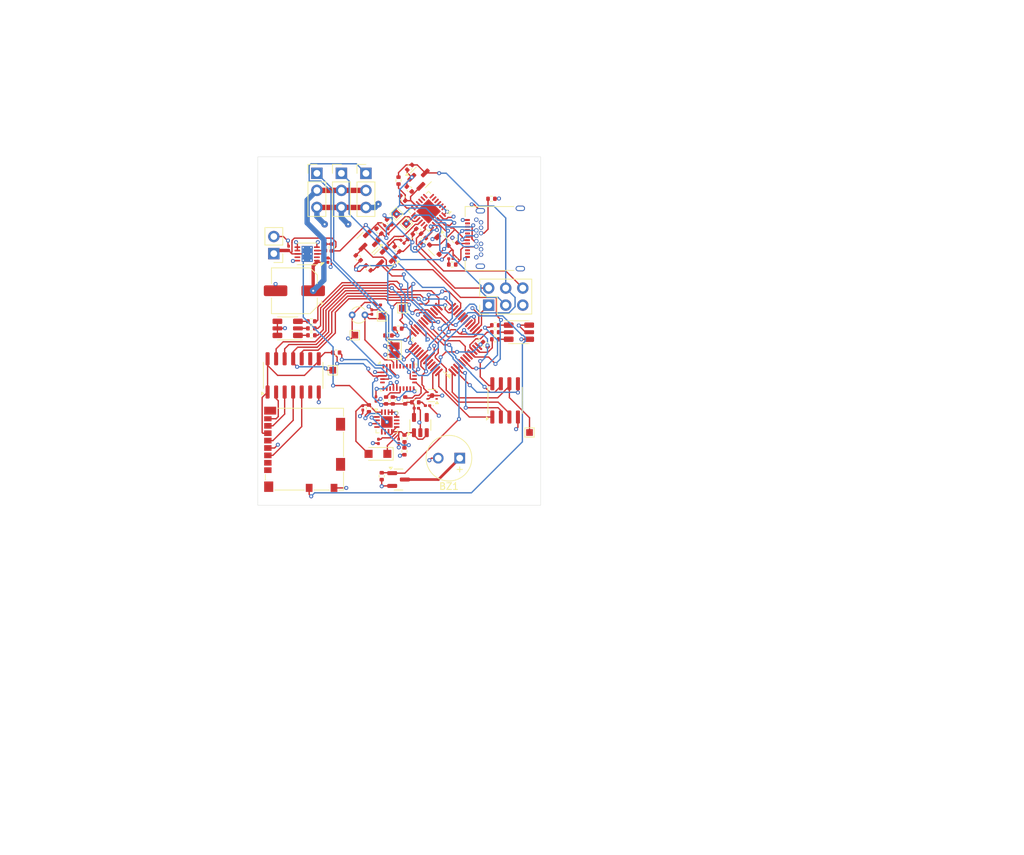
<source format=kicad_pcb>
(kicad_pcb (version 20240108) (generator "pcbnew") (generator_version "8.0")
  (layers (0 "F.Cu" mixed) (1 "In1.Cu" signal) (2 "In2.Cu" signal) (31 "B.Cu" power) (34 "B.Paste" user) (35 "F.Paste" user) (36 "B.SilkS" user "B.Silkscreen") (37 "F.SilkS" user "F.Silkscreen") (38 "B.Mask" user) (39 "F.Mask" user) (44 "Edge.Cuts" user))
  (net 0 "")
  (net 1 "Net-(ADR1-B)")
  (net 2 "GND")
  (net 3 "BATT_IN")
  (net 4 "Net-(U6-XOUT32{slash}CLKSEL1)")
  (net 5 "Net-(U6-XIN32)")
  (net 6 "Net-(L1-Pad1)")
  (net 7 "Net-(D6-K)")
  (net 8 "+3.3V")
  (net 9 "Net-(U6-CAP)")
  (net 10 "Net-(D1-I{slash}O1)")
  (net 11 "Net-(D1-I{slash}O2)")
  (net 12 "Net-(D2-A)")
  (net 13 "Net-(D2-K)")
  (net 14 "Net-(D3-A)")
  (net 15 "Net-(D3-K)")
  (net 16 "Net-(D5-A)")
  (net 17 "Net-(J2-Pin_3)")
  (net 18 "Net-(J2-Pin_2)")
  (net 19 "Net-(J2-Pin_6)")
  (net 20 "UPDI")
  (net 21 "Net-(J3-CMD)")
  (net 22 "Net-(J3-DAT1)")
  (net 23 "Net-(J3-DAT0)")
  (net 24 "CD")
  (net 25 "Net-(J3-CLK)")
  (net 26 "/RX_UPDI")
  (net 27 "TX0")
  (net 28 "RX0")
  (net 29 "Net-(U9-EN)")
  (net 30 "Net-(U9-FB)")
  (net 31 "Net-(U6-~{RST})")
  (net 32 "Net-(U6-ENV_SCL)")
  (net 33 "Net-(U6-ENV_SDA)")
  (net 34 "SDA")
  (net 35 "SCL")
  (net 36 "Net-(U6-~{BOOT})")
  (net 50 "EJEC_SERVO")
  (net 51 "Net-(PORTSIDE_RGB1-RA)")
  (net 52 "PA3{slash}SS")
  (net 53 "PA1{slash}MOSI")
  (net 55 "Net-(PORTSIDE_RGB1-BA)")
  (net 57 "Net-(PORTSIDE_RGB1-GA)")
  (net 61 "D5")
  (net 63 "D6")
  (net 64 "BUZZER")
  (net 66 "WP")
  (net 67 "PA0{slash}MISO")
  (net 69 "D4")
  (net 72 "HOLD")
  (net 73 "Net-(J1-CC1)")
  (net 74 "Net-(STARBOARD_RGB1-BA)")
  (net 75 "D7")
  (net 78 "Net-(STARBOARD_RGB1-RA)")
  (net 81 "Net-(STARBOARD_RGB1-GA)")
  (net 82 "PA2{slash}SCK")
  (net 83 "PORT_SERVO")
  (net 91 "PS1")
  (net 95 "INT")
  (net 96 "PS0{slash}WAKE")
  (net 101 "STAR_BLUE")
  (net 102 "STAR_SERVO")
  (net 103 "STAR_GREEN")
  (net 104 "PORT_GREEN")
  (net 105 "STAR_RED")
  (net 106 "PORT_RED")
  (net 107 "PORT_BLUE")
  (net 109 "Net-(L1-Pad2)")
  (net 111 "+5V")
  (net 115 "Net-(J1-CC2)")
  (net 118 "/TX_UPDI")
  (net 119 "TEMP_SENSOR")
  (net 125 "Net-(BZ1-+)")
  (net 126 "Net-(D7-A)")
  (footprint "Jumper:SolderJumper-2_P1.3mm_Bridged2Bar_Pad1.0x1.5mm" (layer "F.Cu") (at 112.9075 112.74 90)
    (property "Reference" "ADR1" (hide yes))
    (property "Value" "~" (hide yes))
  )
  (footprint "Resistor_SMD:R_0402_1005Metric" (layer "F.Cu") (at 117.192785 96.410551 45)
    (property "Reference" "R2" (hide yes))
    (property "Value" "4k7" (hide yes))
  )
  (footprint "Resistor_SMD:R_0402_1005Metric" (layer "F.Cu") (at 100.525 108.45)
    (property "Reference" "R30" (hide yes))
    (property "Value" "220" (hide yes))
  )
  (footprint "Connector_PinHeader_2.54mm:PinHeader_1x03_P2.54mm_Vertical" (layer "F.Cu") (at 105 86.42)
    (property "Reference" "J5" (hide yes))
    (property "Value" "PORTSIDE_SERVO" (hide yes))
  )
  (footprint "LED_SMD:LED_0201_0603Metric" (layer "F.Cu") (at 111.700051 94.436511 -45)
    (property "Reference" "D2" (hide yes))
    (property "Value" "LED" (hide yes))
  )
  (footprint "LED_SMD:LED_0201_0603Metric" (layer "F.Cu") (at 121.3025 99.12 180)
    (property "Reference" "D7" (hide yes))
    (property "Value" "LED" (hide yes))
  )
  (footprint "Package_QFP:TQFP-48_7x7mm_P0.5mm" (layer "F.Cu") (at 120.5 111.160551 135)
    (property "Reference" "U2" (hide yes))
    (property "Value" "ATmega4809-A" (hide yes))
  )
  (footprint "Package_DFN_QFN:DFN-10-1EP_3x3mm_P0.5mm_EP1.65x2.38mm_ThermalVias" (layer "F.Cu") (at 99.9 98.415 180)
    (property "Reference" "U8" (hide yes))
    (property "Value" "TPS61092" (hide yes))
  )
  (footprint "Package_TO_SOT_SMD:SOT-23" (layer "F.Cu") (at 116.819872 87.023464 45)
    (property "Reference" "Q1" (hide yes))
    (property "Value" "BSS138" (hide yes))
  )
  (footprint "Resistor_SMD:R_0402_1005Metric" (layer "F.Cu") (at 112 110.56 180)
    (property "Reference" "R23" (hide yes))
    (property "Value" "10k" (hide yes))
  )
  (footprint "TestPoint:TestPoint_Pad_1.0x1.0mm" (layer "F.Cu") (at 103.72 115.73 180)
    (property "Reference" "TP3" (hide yes))
    (property "Value" "TestPoint" (hide yes))
  )
  (footprint "TestPoint:TestPoint_Pad_1.0x1.0mm" (layer "F.Cu") (at 114.65 93.92 -135)
    (property "Reference" "TP2" (hide yes))
    (property "Value" "TestPoint" (hide yes))
  )
  (footprint "Resistor_SMD:R_0402_1005Metric" (layer "F.Cu") (at 114.139376 90.139376 -45)
    (property "Reference" "R5" (hide yes))
    (property "Value" "0" (hide yes))
  )
  (footprint "Connector_PinHeader_2.54mm:PinHeader_1x03_P2.54mm_Vertical" (layer "F.Cu") (at 101.35 86.42)
    (property "Reference" "J4" (hide yes))
    (property "Value" "STARBOARD_SERVO" (hide yes))
  )
  (footprint "Resistor_SMD:R_0402_1005Metric" (layer "F.Cu") (at 113.283409 97.681177 135)
    (property "Reference" "R10" (hide yes))
    (property "Value" "4k7" (hide yes))
  )
  (footprint "TestPoint:TestPoint_Pad_1.0x1.0mm" (layer "F.Cu") (at 133 125)
    (property "Reference" "TP4" (hide yes))
    (property "Value" "TestPoint" (hide yes))
  )
  (footprint "Resistor_SMD:R_0402_1005Metric" (layer "F.Cu") (at 114.392499 125.885 -90)
    (property "Reference" "R15" (hide yes))
    (property "Value" "100k" (hide yes))
  )
  (footprint "TestPoint:TestPoint_Pad_1.0x1.0mm" (layer "F.Cu") (at 113.19 92.45 -135)
    (property "Reference" "TP1" (hide yes))
    (property "Value" "TestPoint" (hide yes))
  )
  (footprint "Resistor_SMD:R_0402_1005Metric" (layer "F.Cu") (at 127.895 109.03)
    (property "Reference" "R25" (hide yes))
    (property "Value" "220" (hide yes))
  )
  (footprint "TestPoint:TestPoint_Pad_1.0x1.0mm" (layer "F.Cu") (at 111.0375 107.7)
    (property "Reference" "TP6" (hide yes))
    (property "Value" "TestPoint" (hide yes))
  )
  (footprint "Package_DFN_QFN:QFN-16-1EP_3x3mm_P0.5mm_EP1.7x1.7mm" (layer "F.Cu") (at 111.759999 123.435)
    (property "Reference" "U9" (hide yes))
    (property "Value" "MPM3610AGQV-P" (hide yes))
  )
  (footprint "Capacitor_SMD:C_0201_0603Metric" (layer "F.Cu") (at 116.15 121.39)
    (property "Reference" "C6" (hide yes))
    (property "Value" "1u" (hide yes))
  )
  (footprint "Resistor_SMD:R_0402_1005Metric" (layer "F.Cu") (at 115.262785 95.830551 -135)
    (property "Reference" "R3" (hide yes))
    (property "Value" "330" (hide yes))
  )
  (footprint "Capacitor_SMD:C_0201_0603Metric" (layer "F.Cu") (at 103 99.345 90)
    (property "Reference" "C9" (hide yes))
    (property "Value" "2u2" (hide yes))
  )
  (footprint "Package_TO_SOT_SMD:SOT-23" (layer "F.Cu") (at 113.5 132)
    (property "Reference" "Q4" (hide yes))
    (property "Value" "BSS138" (hide yes))
  )
  (footprint "Resistor_SMD:R_0402_1005Metric" (layer "F.Cu") (at 104.21 113.1)
    (property "Reference" "R24" (hide yes))
    (property "Value" "10k" (hide yes))
  )
  (footprint "Capacitor_SMD:C_0201_0603Metric" (layer "F.Cu") (at 97.14 97.585 90)
    (property "Reference" "C8" (hide yes))
    (property "Value" "10u" (hide yes))
  )
  (footprint "Resistor_SMD:R_0402_1005Metric" (layer "F.Cu") (at 127.895 110.07)
    (property "Reference" "R26" (hide yes))
    (property "Value" "220" (hide yes))
  )
  (footprint "Resistor_SMD:R_0402_1005Metric" (layer "F.Cu") (at 103.56 97.455 -90)
    (property "Reference" "R33" (hide yes))
    (property "Value" "5m" (hide yes))
  )
  (footprint "Capacitor_SMD:C_0201_0603Metric" (layer "F.Cu") (at 110.5 106)
    (property "Reference" "C3" (hide yes))
    (property "Value" "22p" (hide yes))
  )
  (footprint "Resistor_SMD:R_0402_1005Metric" (layer "F.Cu") (at 111 131.5 -90)
    (property "Reference" "R34" (hide yes))
    (property "Value" "2k2" (hide yes))
  )
  (footprint "Inductor_SMD:L_0402_1005Metric" (layer "F.Cu") (at 102.56 97.435001 -90)
    (property "Reference" "L1" (hide yes))
    (property "Value" "6u8" (hide yes))
  )
  (footprint "Capacitor_SMD:C_0201_0603Metric" (layer "F.Cu") (at 110.1475 120.015 -90)
    (property "Reference" "C7" (hide yes))
    (property "Value" "0u1" (hide yes))
  )
  (footprint "Diode_SMD:Nexperia_CFP3_SOD-123W" (layer "F.Cu") (at 110.440001 128.18 180)
    (property "Reference" "D6" (hide yes))
    (property "Value" "PMEG6020ER" (hide yes))
  )
  (footprint "Resistor_SMD:R_0402_1005Metric" (layer "F.Cu") (at 109 100.5 -45)
    (property "Reference" "R13" (hide yes))
    (property "Value" "4k7" (hide yes))
  )
  (footprint "Resistor_SMD:R_0402_1005Metric" (layer "F.Cu") (at 116 120.5)
    (property "Reference" "R17" (hide yes))
    (property "Value" "330R" (hide yes))
  )
  (footprint "Package_LGA:LGA-28_5.2x3.8mm_P0.5mm" (layer "F.Cu") (at 113.5 116.8)
    (property "Reference" "U6" (hide yes))
    (property "Value" "BNO086" (hide yes))
  )
  (footprint "Resistor_SMD:R_0402_1005Metric" (layer "F.Cu") (at 127.332785 90.210551)
    (property "Reference" "R32" (hide yes))
    (property "Value" "5k1" (hide yes))
  )
  (footprint "Resistor_SMD:R_0402_1005Metric" (layer "F.Cu") (at 110.58459 95.018107 135)
    (property "Reference" "R9" (hide yes))
    (property "Value" "4k7" (hide yes))
  )
  (footprint "LED_SMD:LED_ROHM_SMLVN6" (layer "F.Cu") (at 131.425 110.07)
    (property "Reference" "STARBOARD_RGB1" (hide yes))
    (property "Value" "SMLVN6RGB" (hide yes))
  )
  (footprint "MountingHole:MountingHole_2.1mm" (layer "F.Cu") (at 95.5 87)
    (property "Reference" "REF**" (hide yes))
    (property "Value" "MountingHole_2.1mm" (hide yes))
  )
  (footprint "Capacitor_SMD:C_0201_0603Metric" (layer "F.Cu") (at 109.53 107.07 90)
    (property "Reference" "C2" (hide yes))
    (property "Value" "22p" (hide yes))
  )
  (footprint "Resistor_SMD:R_0402_1005Metric" (layer "F.Cu") (at 111.6475 120.23 -90)
    (property "Reference" "R18" (hide yes))
    (property "Value" "10k" (hide yes))
  )
  (footprint "Resistor_SMD:R_0402_1005Metric" (layer "F.Cu") (at 126.430624 111.890624 135)
    (property "Reference" "R21" (hide yes))
    (property "Value" "2k2" (hide yes))
  )
  (footprint "Package_TO_SOT_SMD:HVSOF5" (layer "F.Cu") (at 118.500001 119.5 180)
    (property "Reference" "U5" (hide yes))
    (property "Value" "BD1020HFV" (hide yes))
  )
  (footprint "Resistor_SMD:R_0402_1005Metric" (layer "F.Cu") (at 113.450001 109.53)
    (property "Reference" "R22" (hide yes))
    (property "Value" "2k2" (hide yes))
  )
  (footprint "Package_SO:SOIC-8_3.9x4.9mm_P1.27mm" (layer "F.Cu") (at 129.370192 120.221196 90)
    (property "Reference" "U3" (hide yes))
    (property "Value" "AT25DF641A-SH-T" (hide yes))
  )
  (footprint "LED_SMD:LED_0201_0603Metric" (layer "F.Cu") (at 114.085973 96.602837 -45)
    (property "Reference" "D3" (hide yes))
    (property "Value" "LED" (hide yes))
  )
  (footprint "Resistor_SMD:R_0402_1005Metric" (layer "F.Cu") (at 112.161438 93.653391 -45)
    (property "Reference" "R4" (hide yes))
    (property "Value" "330" (hide yes))
  )
  (footprint "Connector_USB:USB_C_Receptacle_Amphenol_12401548E4-2A" (layer "F.Cu") (at 128.792785 96.120551 90)
    (property "Reference" "J1" (hide yes))
    (property "Value" "USB_C_Receptacle_USB2.0_16P" (hide yes))
  )
  (footprint "Crystal:Crystal_C26-LF_D2.1mm_L6.5mm_Vertical" (layer "F.Cu") (at 108.5 107.5 180)
    (property "Reference" "Y1" (hide yes))
    (property "Value" "32.768kHz" (hide yes))
  )
  (footprint "Resistor_SMD:R_0402_1005Metric" (layer "F.Cu") (at 113.5 87.5 90)
    (property "Reference" "R8" (hide yes))
    (property "Value" "DNP" (hide yes))
  )
  (footprint "Capacitor_SMD:C_0201_0603Metric" (layer "F.Cu") (at 110.512499 126.325 -90)
    (property "Reference" "C11" (hide yes))
    (property "Value" "1u" (hide yes))
  )
  (footprint "Buzzer_Beeper:MagneticBuzzer_Kingstate_KCG0601" (layer "F.Cu") (at 122.61 128.82 180)
    (property "Reference" "BZ1")
    (property "Value" "Buzzer")
  )
  (footprint "Resistor_SMD:R_0402_1005Metric" (layer "F.Cu") (at 121.5 100)
    (property "Reference" "R35" (hide yes))
    (property "Value" "R220" (hide yes))
  )
  (footprint "Resistor_SMD:R_0402_1005Metric" (layer "F.Cu") (at 100.535 110.53)
    (property "Reference" "R28" (hide yes))
    (property "Value" "220" (hide yes))
  )
  (footprint "Capacitor_SMD:C_0201_0603Metric" (layer "F.Cu") (at 108.18 121.33 -90)
    (property "Reference" "C4" (hide yes))
    (property "Value" "22u" (hide yes))
  )
  (footprint "Resistor_SMD:R_0402_1005Metric" (layer "F.Cu") (at 112.6475 120.23 -90)
    (property "Reference" "R19" (hide yes))
    (property "Value" "4k7" (hide yes))
  )
  (footprint "Resistor_SMD:R_0402_1005Metric" (layer "F.Cu") (at 100.525 109.5)
    (property "Reference" "R29" (hide yes))
    (property "Value" "220" (hide yes))
  )
  (footprint "Resistor_SMD:R_0402_1005Metric" (layer "F.Cu") (at 115.16 85.53 45)
    (property "Reference" "R7" (hide yes))
    (property "Value" "4k7" (hide yes))
  )
  (footprint "Resistor_SMD:R_0402_1005Metric" (layer "F.Cu") (at 109.09 121.41 -90)
    (property "Reference" "R14" (hide yes))
    (property "Value" "100k" (hide yes))
  )
  (footprint "Resistor_SMD:R_0402_1005Metric" (layer "F.Cu") (at 114.5 120.23 -90)
    (property "Reference" "R20" (hide yes))
    (property "Value" "4k7" (hide yes))
  )
  (footprint "Package_TO_SOT_SMD:SOT-23" (layer "F.Cu") (at 108.871625 96.745215 -135)
    (property "Reference" "Q3" (hide yes))
    (property "Value" "BSS138" (hide yes))
  )
  (footprint "Package_SO:SOIC-14_3.9x8.7mm_P1.27mm" (layer "F.Cu") (at 97.82 116.5 90)
    (property "Reference" "U7" (hide yes))
    (property "Value" "TXB0104D" (hide yes))
  )
  (footprint "LED_SMD:LED_0201_0603Metric" (layer "F.Cu") (at 117.82 121 180)
    (property "Reference" "D5" (hide yes))
    (property "Value" "GREEN" (hide yes))
  )
  (footprint "Resistor_SMD:R_0402_1005Metric" (layer "F.Cu") (at 115.102785 88.760551 -45)
    (property "Reference" "R6" (hide yes))
    (property "Value" "4k7" (hide yes))
  )
  (footprint "Resistor_SMD:R_0402_1005Metric" (layer "F.Cu") (at 116.502161 95.039927 -45)
    (property "Reference" "R11" (hide yes))
    (property "Value" "4k7" (hide yes))
  )
  (footprint "Capacitor_SMD:CP_Elec_6.3x5.4" (layer "F.Cu") (at 98 103.9 180)
    (property "Reference" "C10" (hide yes))
    (property "Value" "100u" (hide yes))
  )
  (footprint "TestPoint:TestPoint_Pad_1.0x1.0mm" (layer "F.Cu") (at 107 110.5)
    (property "Reference" "TP5" (hide yes))
    (property "Value" "TestPoint" (hide yes))
  )
  (footprint "Package_TO_SOT_SMD:SOT-23-5" (layer "F.Cu") (at 116.75 123.89 90)
    (property "Reference" "U4" (hide yes))
    (property "Value" "AP2112K-3.3" (hide yes))
  )
  (footprint "Resistor_SMD:R_0402_1005Metric" (layer "F.Cu") (at 114.382499 127.795 -90)
    (property "Reference" "R16" (hide yes))
    (property "Value" "19k1" (hide yes))
  )
  (footprint "LED_SMD:LED_ROHM_SMLVN6" (layer "F.Cu") (at 97 109.5 180)
    (property "Reference" "PORTSIDE_RGB1" (hide yes))
    (property "Value" "SMLVN6RGB" (hide yes))
  )
  (footprint "Connector_PinHeader_2.54mm:PinHeader_1x03_P2.54mm_Vertical" (layer "F.Cu") (at 108.65 86.425)
    (property "Reference" "J7" (hide yes))
    (property "Value" "EJECTION_SERVO" (hide yes))
  )
  (footprint "Package_TO_SOT_SMD:SOT-23" (layer "F.Cu") (at 111.37422 99.208525 -135)
    (property "Reference" "Q2" (hide yes))
    (property "Value" "BSS138" (hide yes))
  )
  (footprint "MountingHole:MountingHole_2.1mm" (layer "F.Cu") (at 131.5 87)
    (property "Reference" "REF**" (hide yes))
    (property "Value" "MountingHole_2.1mm" (hide yes))
  )
  (footprint "Package_DFN_QFN:QFN-24-1EP_4x4mm_P0.5mm_EP2.6x2.6mm" (layer "F.Cu") (at 117.969542 92.077346 -135)
    (property "Reference" "U1" (hide yes))
    (property "Value" "ATSAMD11D14A-M" (hide yes))
  )
  (footprint "Connector_PinHeader_2.54mm:PinHeader_1x02_P2.54mm_Vertical" (layer "F.Cu") (at 94.94 98.37 180)
    (property "Reference" "J6" (hide yes))
    (property "Value" "Battery In" (hide yes))
  )
  (footprint "MountingHole:MountingHole_2.1mm" (layer "F.Cu") (at 131.01 131.6)
    (property "Reference" "REF**" (hide yes))
    (property "Value" "MountingHole_2.1mm" (hide yes))
  )
  (footprint "Resistor_SMD:R_0402_1005Metric" (layer "F.Cu") (at 107.5 99 135)
    (property "Reference" "R12" (hide yes))
    (property "Value" "4k7" (hide yes))
  )
  (footprint "Connector_Card:microSD_HC_Molex_104031-0811" (layer "F.Cu") (at 99.5 127.5 90)
    (property "Reference" "J3" (hide yes))
    (property "Value" "Micro_SD_Card_Det1" (hide yes))
  )
  (footprint "TestPoint:TestPoint_Pad_1.0x1.0mm" (layer "F.Cu") (at 114.067215 106.5)
    (property "Reference" "TP7" (hide yes))
    (property "Value" "TestPoint" (hide yes))
  )
  (footprint "Resistor_SMD:R_0402_1005Metric" (layer "F.Cu") (at 127.895 111.12)
    (property "Reference" "R27" (hide yes))
    (property "Value" "220" (hide yes))
  )
  (footprint "Capacitor_SMD:C_0201_0603Metric" (layer "F.Cu") (at 113.522499 126.3 -90)
    (property "Reference" "C5" (hide yes))
    (property "Value" "22u" (hide yes))
  )
  (footprint "Package_TO_SOT_SMD:SOT-143" (layer "F.Cu") (at 119.502784 97.110552 -45)
    (property "Reference" "D1" (hide yes))
    (property "Value" "PRTR5V0U2X" (hide yes))
  )
  (footprint "Resistor_SMD:R_0402_1005Metric" (layer "F.Cu") (at 121.882785 96.370551 135)
    (property "Reference" "R31" (hide yes))
    (property "Value" "5k1" (hide yes))
  )
  (footprint "Connector_PinHeader_2.54mm:PinHeader_2x03_P2.54mm_Vertical" (layer "F.Cu") (at 126.92 106.04 90)
    (property "Reference" "J2" (hide yes))
    (property "Value" "Conn_02x03_Pin" (hide yes))
  )
  (gr_rect (start 92.562785 83.970551) (end 134.652785 135.840551) (stroke (width 0.05)) (fill none) (layer "Edge.Cuts"))
  (segment (start 112.9075 112.09) (end 112.9075 111.9775) (width 0.2) (layer "F.Cu") (net 1))
  (segment (start 115.323 117.05) (end 115.25 116.977) (width 0.2) (layer "F.Cu") (net 1))
  (segment (start 115.25 116.200002) (end 115.049998 116) (width 0.2) (layer "F.Cu") (net 1))
  (segment (start 115.8875 117.05) (end 115.323 117.05) (width 0.2) (layer "F.Cu") (net 1))
  (segment (start 115.25 116.977) (end 115.25 116.200002) (width 0.2) (layer "F.Cu") (net 1))
  (segment (start 111.49 112.09) (end 112.9075 112.09) (width 0.2) (layer "F.Cu") (net 1))
  (segment (start 112.9075 111.9775) (end 111.49 110.56) (width 0.2) (layer "F.Cu") (net 1))
  (via (at 111.49 112.09) (size 0.6) (drill 0.3) (layers "F.Cu" "B.Cu") (net 1))
  (via (at 115.049998 116) (size 0.6) (drill 0.3) (layers "F.Cu" "B.Cu") (net 1))
  (segment (start 115.049998 116) (end 115.049998 115.738527) (width 0.2) (layer "B.Cu") (net 1))
  (segment (start 111.49 112.178529) (end 111.49 112.09) (width 0.2) (layer "B.Cu") (net 1))
  (segment (start 115.049998 115.738527) (end 111.49 112.178529) (width 0.2) (layer "B.Cu") (net 1))
  (segment (start 108.18 122.15) (end 107.76 122.57) (width 0.2) (layer "F.Cu") (net 2))
  (segment (start 124.736774 91.04454) (end 124.39546 91.04454) (width 0.2) (layer "F.Cu") (net 2))
  (segment (start 95.475 108.45) (end 95.475 110.55) (width 0.2) (layer "F.Cu") (net 2))
  (segment (start 111.05 132.95) (end 111 133) (width 0.2) (layer "F.Cu") (net 2))
  (segment (start 113.039999 121.9725) (end 113.162499 122.095) (width 0.2) (layer "F.Cu") (net 2))
  (segment (start 123.69504 98.870551) (end 123.385591 99.18) (width 0.2) (layer "F.Cu") (net 2))
  (segment (start 103.91 133.25) (end 103.9 133.24) (width 0.2) (layer "F.Cu") (net 2))
  (segment (start 103.5 99.325001) (end 103.5 100.25) (width 0.2) (layer "F.Cu") (net 2))
  (segment (start 101.63 120.49) (end 101.63 118.975) (width 0.2) (layer "F.Cu") (net 2))
  (segment (start 95.2 102.89) (end 95.2 103.9) (width 0.5) (layer "F.Cu") (net 2))
  (segment (start 120.171744 93.218888) (end 119.869891 92.917036) (width 0.2) (layer "F.Cu") (net 2))
  (segment (start 116.687519 107.142481) (end 116.37 107.46) (width 0.2) (layer "F.Cu") (net 2))
  (segment (start 98.45 97.915) (end 98.45 97.415) (width 0.2) (layer "F.Cu") (net 2))
  (segment (start 97.05 97.175) (end 97.14 97.265) (width 0.2) (layer "F.Cu") (net 2))
  (segment (start 121.688001 92.866731) (end 121.57437 92.980362) (width 0.2) (layer "F.Cu") (net 2))
  (segment (start 109.53 106.75) (end 109.53 106.71) (width 0.2) (layer "F.Cu") (net 2))
  (segment (start 123.772785 98.870551) (end 123.69504 98.870551) (width 0.2) (layer "F.Cu") (net 2))
  (segment (start 116.75 123.39) (end 116.75 121.67) (width 0.2) (layer "F.Cu") (net 2))
  (segment (start 125.450545 107.441798) (end 125.450545 108.68488) (width 0.2) (layer "F.Cu") (net 2))
  (segment (start 118.14 121.14) (end 119.5 122.5) (width 0.2) (layer "F.Cu") (net 2))
  (segment (start 124.502415 106.493668) (end 125.450545 107.441798) (width 0.2) (layer "F.Cu") (net 2))
  (segment (start 123.069376 93.370551) (end 123.06753 93.368705) (width 0.2) (layer "F.Cu") (net 2))
  (segment (start 118.000002 119.999999) (end 118.500001 119.5) (width 0.2) (layer "F.Cu") (net 2))
  (segment (start 118.086998 107.686889) (end 117.54259 107.142481) (width 0.2) (layer "F.Cu") (net 2))
  (segment (start 111 132.009999) (end 111 133) (width 0.2) (layer "F.Cu") (net 2))
  (segment (start 108.645 91.5) (end 108.65 91.505) (width 0.2) (layer "F.Cu") (net 2))
  (segment (start 111.57 113.39) (end 111.544975 113.415025) (width 0.2) (layer "F.Cu") (net 2))
  (segment (start 101.35 91.5) (end 108.645 91.5) (width 0.8) (layer "F.Cu") (net 2))
  (segment (start 97.835 99.415) (end 97.78 99.47) (width 0.2) (layer "F.Cu") (net 2))
  (segment (start 95.051471 127.305) (end 94.05 127.305) (width 0.2) (layer "F.Cu") (net 2))
  (segment (start 132.95 109.02) (end 131.45 109.02) (width 0.2) (layer "F.Cu") (net 2))
  (segment (start 110.82 106) (end 110.82 106.199999) (width 0.2) (layer "F.Cu") (net 2))
  (segment (start 113.522499 127.195) (end 113.542499 127.215) (width 0.2) (layer "F.Cu") (net 2))
  (segment (start 118.813342 113.200763) (end 117.733445 114.28066) (width 0.2) (layer "F.Cu") (net 2))
  (segment (start 118.14 121) (end 118.14 121.14) (width 0.2) (layer "F.Cu") (net 2))
  (segment (start 113.222499 122.155) (end 113.162499 122.095) (width 0.2) (layer "F.Cu") (net 2))
  (segment (start 132.95 111.12) (end 131.8 111.12) (width 0.2) (layer "F.Cu") (net 2))
  (segment (start 110.682499 120) (end 110.347499 120.335) (width 0.2) (layer "F.Cu") (net 2))
  (segment (start 109.375 123.685) (end 110.297499 123.685) (width 0.2) (layer "F.Cu") (net 2))
  (segment (start 110.269999 106.75) (end 109.53 106.75) (width 0.2) (layer "F.Cu") (net 2))
  (segment (start 112.009999 121.9725) (end 113.039999 121.9725) (width 0.2) (layer "F.Cu") (net 2))
  (segment (start 118.4 128.82) (end 118.09 129.13) (width 0.2) (layer "F.Cu") (net 2))
  (segment (start 117.54259 107.142481) (end 116.687519 107.142481) (width 0.2) (layer "F.Cu") (net 2))
  (segment (start 97.05 96.425) (end 97.05 97.175) (width 0.2) (layer "F.Cu") (net 2))
  (segment (start 110.347499 120.335) (end 110.1475 120.335) (width 0.2) (layer "F.Cu") (net 2))
  (segment (start 113.25 118.6625) (end 113.25 117.5) (width 0.2) (layer "F.Cu") (net 2))
  (segment (start 95.538236 126.818235) (end 95.051471 127.305) (width 0.2) (layer "F.Cu") (net 2))
  (segment (start 109.31 123.75) (end 109.375 123.685) (width 0.2) (layer "F.Cu") (net 2))
  (segment (start 96.57 109.5) (end 96.6 109.47) (width 0.2) (layer "F.Cu") (net 2))
  (segment (start 118.500001 119.5) (end 120 119.5) (width 0.2) (layer "F.Cu") (net 2))
  (segment (start 96.955 96.425) (end 96.36 95.83) (width 0.2) (layer "F.Cu") (net 2))
  (segment (start 131.275192 124.224808) (end 131 124.5) (width 0.2) (layer "F.Cu") (net 2))
  (segment (start 125.450545 108.68488) (end 124.680769 109.454656) (width 0.2) (layer "F.Cu") (net 2))
  (segment (start 110.05 116.05) (end 110 116) (width 0.2) (layer "F.Cu") (net 2))
  (segment (start 113.522499 126.62) (end 113.522499 127.195) (width 0.2) (layer "F.Cu") (net 2))
  (segment (start 120.640325 93.218889) (end 120.171744 93.218888) (width 0.2) (layer "F.Cu") (net 2))
  (segment (start 118.702785 96.220551) (end 118.562785 96.220551) (width 0.2) (layer "F.Cu") (net 2))
  (segment (start 96.36 95.83) (end 94.94 95.83) (width 0.2) (layer "F.Cu") (net 2))
  (segment (start 102.098051 98.415) (end 102.708051 99.025) (width 0.2) (layer "F.Cu") (net 2))
  (segment (start 117.825001 119.999999) (end 118.000002 119.999999) (width 0.2) (layer "F.Cu") (net 2))
  (segment (start 105.72 133.25) (end 103.91 133.25) (width 0.2) (layer "F.Cu") (net 2))
  (segment (start 103 99.025) (end 103.199999 99.025) (width 0.2) (layer "F.Cu") (net 2))
  (segment (start 101.35 98.415) (end 102.098051 98.415) (width 0.2) (layer "F.Cu") (net 2))
  (segment (start 121.57437 92.980362) (end 120.878852 92.980362) (width 0.2) (layer "F.Cu") (net 2))
  (segment (start 109.68 126.58) (end 110.2475 126.58) (width 0.2) (layer "F.Cu") (net 2))
  (segment (start 101.35 97.415) (end 101.35 96.805) (width 0.2) (layer "F.Cu") (net 2))
  (segment (start 110.3125 126.645) (end 110.512499 126.645) (width 0.2) (layer "F.Cu") (net 2))
  (segment (start 103.199999 99.025) (end 103.5 99.325001) (width 0.2) (layer "F.Cu") (net 2))
  (segment (start 116.75 123.39) (end 116.75 125.0275) (width 0.2) (layer "F.Cu") (net 2))
  (segment (start 110.82 106.199999) (end 110.269999 106.75) (width 0.2) (layer "F.Cu") (net 2))
  (segment (start 110.2475 126.58) (end 110.3125 126.645) (width 0.2) (layer "F.Cu") (net 2))
  (segment (start 131.8 111.12) (end 131.79 111.13) (width 0.2) (layer "F.Cu") (net 2))
  (segment (start 118.813342 112.090188) (end 118.813342 113.200763) (width 0.2) (layer "F.Cu") (net 2))
  (segment (start 98.45 96.865) (end 98.25 96.665) (width 0.2) (layer "F.Cu") (net 2))
  (segment (start 112.5625 132.95) (end 111.05 132.95) (width 0.2) (layer "F.Cu") (net 2))
  (segment (start 119.050222 95.873114) (end 118.702785 96.220551) (width 0.2) (layer "F.Cu") (net 2))
  (segment (start 119.41 128.82) (end 118.4 128.82) (width 0.2) (layer "F.Cu") (net 2))
  (segment (start 131.45 109.02) (end 131.4 109.07) (width 0.2) (layer "F.Cu") (net 2))
  (segment (start 113.222499 122.685) (end 113.222499 122.155) (width 0.2) (layer "F.Cu") (net 2))
  (segment (start 123.772785 93.370551) (end 123.069376 93.370551) (width 0.2) (layer "F.Cu") (net 2))
  (segment (start 113.862499 128.305) (end 113.712499 128.455) (width 0.2) (layer "F.Cu") (net 2))
  (segment (start 128.452785 90.170551) (end 127.882784 90.170551) (width 0.2) (layer "F.Cu") (net 2))
  (segment (start 110.827501 120) (end 110.682499 120) (width 0.2) (layer "F.Cu") (net 2))
  (segment (start 120.878852 92.980362) (end 120.640325 93.218889) (width 0.2) (layer "F.Cu") (net 2))
  (segment (start 112.9075 113.39) (end 113.25 113.7325) (width 0.2) (layer "F.Cu") (net 2))
  (segment (start 97.05 96.425) (end 96.955 96.425) (width 0.2) (layer "F.Cu") (net 2))
  (segment (start 102.708051 99.025) (end 103 99.025) (width 0.2) (layer "F.Cu") (net 2))
  (segment (start 98.45 99.415) (end 97.835 99.415) (width 0.2) (layer "F.Cu") (net 2))
  (segment (start 103.5 100.25) (end 103.392892 100.357108) (width 0.2) (layer "F.Cu") (net 2))
  (segment (start 119.326008 95.873114) (end 119.050222 95.873114) (width 0.2) (layer "F.Cu") (net 2))
  (segment (start 113.25 113.7325) (end 113.25 115.1375) (width 0.2) (layer "F.Cu") (net 2))
  (segment (start 127.882784 90.170551) (end 127.842784 90.210551) (width 0.2) (layer "F.Cu") (net 2))
  (segment (start 114.382499 128.305) (end 113.862499 128.305) (width 0.2) (layer "F.Cu") (net 2))
  (segment (start 98.45 97.414999) (end 98.45 96.865) (width 0.2) (layer "F.Cu") (net 2))
  (segment (start 101.35 96.805) (end 101.49 96.665) (width 0.2) (layer "F.Cu") (net 2))
  (segment (start 131.275192 122.696196) (end 131.275192 124.224808) (width 0.2) (layer "F.Cu") (net 2))
  (segment (start 132.4 110.07) (end 131.4 109.07) (width 0.2) (layer "F.Cu") (net 2))
  (segment (start 125.682785 91.990551) (end 124.736774 91.04454) (width 0.2) (layer "F.Cu") (net 2))
  (segment (start 132.95 110.07) (end 132.4 110.07) (width 0.2) (layer "F.Cu") (net 2))
  (segment (start 112.9075 113.39) (end 111.57 113.39) (width 0.2) (layer "F.Cu") (net 2))
  (segment (start 95.475 109.5) (end 96.57 109.5) (width 0.2) (layer "F.Cu") (net 2))
  (segment (start 111.1125 116.05) (end 110.05 116.05) (width 0.2) (layer "F.Cu") (net 2))
  (segment (start 118.562785 96.220551) (end 118.552785 96.210551) (width 0.2) (layer "F.Cu") (net 2))
  (segment (start 108.18 121.65) (end 108.18 122.15) (width 0.2) (layer "F.Cu") (net 2))
  (segment (start 116.75 121.67) (end 116.47 121.39) (width 0.2) (layer "F.Cu") (net 2))
  (segment (start 109.53 106.71) (end 109.06 106.24) (width 0.2) (layer "F.Cu") (net 2))
  (via (at 95.2 102.89) (size 0.6) (drill 0.3) (layers "F.Cu" "B.Cu") (net 2))
  (via (at 110.5 91) (size 1) (drill 0.3) (layers "F.Cu" "B.Cu") (net 2))
  (via (at 131 124.5) (size 0.6) (drill 0.3) (layers "F.Cu" "B.Cu") (net 2))
  (via (at 121.688001 92.866731) (size 0.6) (drill 0.3) (layers "F.Cu" "B.Cu") (net 2))
  (via (at 101.63 120.49) (size 0.6) (drill 0.3) (layers "F.Cu" "B.Cu") (net 2))
  (via (at 110 116) (size 0.6) (drill 0.3) (layers "F.Cu" "B.Cu") (net 2))
  (via (at 101.49 96.665) (size 0.6) (drill 0.3) (layers "F.Cu" "B.Cu") (net 2))
  (via (at 131.4 109.07) (size 0.6) (drill 0.3) (layers "F.Cu" "B.Cu") (net 2))
  (via (at 120 119.5) (size 0.6) (drill 0.3) (layers "F.Cu" "B.Cu") (net 2))
  (via (at 124.39546 91.04454) (size 0.6) (drill 0.3) (layers "F.Cu" "B.Cu") (net 2))
  (via (at 131.79 111.13) (size 0.6) (drill 0.3) (layers "F.Cu" "B.Cu") (net 2))
  (via (at 116.37 107.46) (size 0.6) (drill 0.3) (layers "F.Cu" "B.Cu") (net 2))
  (via (at 111.544975 113.415025) (size 0.6) (drill 0.3) (layers "F.Cu" "B.Cu") (net 2))
  (via (at 113.542499 127.215) (size 0.6) (drill 0.3) (layers "F.Cu" "B.Cu") (net 2))
  (via (at 106 94) (size 1) (drill 0.3) (layers "F.Cu" "B.Cu") (net 2))
  (via (at 103.392892 100.357108) (size 0.6) (drill 0.3) (layers "F.Cu" "B.Cu") (net 2))
  (via (at 113.162499 122.095) (size 0.6) (drill 0.3) (layers "F.Cu" "B.Cu") (net 2))
  (via (at 102.5 94) (size 1) (drill 0.3) (layers "F.Cu" "B.Cu") (net 2))
  (via (at 119.5 122.5) (size 0.6) (drill 0.3) (layers "F.Cu" "B.Cu") (net 2))
  (via (at 123.06753 93.368705) (size 0.6) (drill 0.3) (layers "F.Cu" "B.Cu") (net 2))
  (via (at 118.552785 96.210551) (size 0.6) (drill 0.3) (layers "F.Cu" "B.Cu") (net 2))
  (via (at 118.09 129.13) (size 0.6) (drill 0.3) (layers "F.Cu" "B.Cu") (net 2))
  (via (at 123.385591 99.18) (size 0.6) (drill 0.3) (layers "F.Cu" "B.Cu") (net 2))
  (via (at 109.06 106.24) (size 0.6) (drill 0.3) (layers "F.Cu" "B.Cu") (net 2))
  (via (at 111 133) (size 0.6) (drill 0.3) (layers "F.Cu" "B.Cu") (net 2))
  (via (at 98.25 96.665) (size 0.6) (drill 0.3) (layers "F.Cu" "B.Cu") (net 2))
  (via (at 118.813342 112.090188) (size 0.6) (drill 0.3) (layers "F.Cu" "B.Cu") (net 2))
  (via (at 124.502415 106.493668) (size 0.6) (drill 0.3) (layers "F.Cu" "B.Cu") (net 2))
  (via (at 97.05 96.425) (size 0.6) (drill 0.3) (layers "F.Cu" "B.Cu") (net 2))
  (via (at 95.538236 126.818235) (size 0.6) (drill 0.3) (layers "F.Cu" "B.Cu") (net 2))
  (via (at 128.452785 90.170551) (size 0.6) (drill 0.3) (layers "F.Cu" "B.Cu") (net 2))
  (via (at 107.76 122.57) (size 0.6) (drill 0.3) (layers "F.Cu" "B.Cu") (net 2))
  (via (at 116.6 123.5) (size 0.6) (drill 0.3) (layers "F.Cu" "B.Cu") (net 2))
  (via (at 97.78 99.47) (size 0.6) (drill 0.3) (layers "F.Cu" "B.Cu") (net 2))
  (via (at 113.712499 128.455) (size 0.6) (drill 0.3) (layers "F.Cu" "B.Cu") (net 2))
  (via (at 121.522161 96.009927) (size 0.6) (drill 0.3) (layers "F.Cu" "B.Cu") (net 2))
  (via (at 110.827501 120) (size 0.6) (drill 0.3) (layers "F.Cu" "B.Cu") (net 2))
  (via (at 96.6 109.47) (size 0.6) (drill 0.3) (layers "F.Cu" "B.Cu") (net 2))
  (via (at 109.31 123.75) (size 0.6) (drill 0.3) (layers "F.Cu" "B.Cu") (net 2))
  (via (at 109.68 126.58) (size 0.6) (drill 0.3) (layers "F.Cu" "B.Cu") (net 2))
  (via (at 105.72 133.25) (size 0.6) (drill 0.3) (layers "F.Cu" "B.Cu") (net 2))
  (via (at 113.25 117.5) (size 0.6) (drill 0.3) (layers "F.Cu" "B.Cu") (net 2))
  (segment (start 105 93) (end 106 94) (width 0.8) (layer "B.Cu") (net 2))
  (segment (start 108.65 91.505) (end 109.995 91.505) (width 0.8) (layer "B.Cu") (net 2))
  (segment (start 109.995 91.505) (end 110.5 91) (width 0.8) (layer "B.Cu") (net 2))
  (segment (start 101.35 91.5) (end 101.35 92.85) (width 0.8) (layer "B.Cu") (net 2))
  (segment (start 101.35 92.85) (end 102.5 94) (width 0.8) (layer "B.Cu") (net 2))
  (segment (start 105 91.5) (end 105 93) (width 0.8) (layer "B.Cu") (net 2))
  (segment (start 123.172785 97.370551) (end 123.772784 97.370551) (width 0.2) (layer "F.Cu") (net 3))
  (segment (start 97.65 96.673529) (end 97.64 96.683529) (width 0.2) (layer "F.Cu") (net 3))
  (segment (start 121.6225 97.886765) (end 121.332166 97.886765) (width 0.2) (layer "F.Cu") (net 3))
  (segment (start 103.618923 96.065) (end 98.001471 96.065) (width 0.2) (layer "F.Cu") (net 3))
  (segment (start 104.18 96.626077) (end 103.618923 96.065) (width 0.2) (layer "F.Cu") (net 3))
  (segment (start 121.6225 98.45) (end 121.6225 99.12) (width 0.2) (layer "F.Cu") (net 3))
  (segment (start 97.65 96.416471) (end 97.65 96.673529) (width 0.2) (layer "F.Cu") (net 3))
  (segment (start 125.032785 97.370551) (end 125.082785 97.320551) (width 0.2) (layer "F.Cu") (net 3))
  (segment (start 121.332166 97.886765) (end 119.95604 99.262891) (width 0.2) (layer "F.Cu") (net 3))
  (segment (start 97.65 98.415) (end 97.4975 98.2625) (width 0.2) (layer "F.Cu") (net 3))
  (segment (start 123.772784 97.370551) (end 125.032785 97.370551) (width 0.2) (layer "F.Cu") (net 3))
  (segment (start 109.040002 128.18) (end 107.16 126.299998) (width 0.2) (layer "F.Cu") (net 3))
  (segment (start 122.785591 97.757745) (end 123.172785 97.370551) (width 0.2) (layer "F.Cu") (net 3))
  (segment (start 110.162499 121.9725) (end 109.09 120.900001) (width 0.2) (layer "F.Cu") (net 3))
  (segment (start 108.289999 120.900001) (end 108.18 121.01) (width 0.2) (layer "F.Cu") (net 3))
  (segment (start 107.980001 121.01) (end 108.18 121.01) (width 0.2) (layer "F.Cu") (net 3))
  (segment (start 98.001471 96.065) (end 97.65 96.416471) (width 0.2) (layer "F.Cu") (net 3))
  (segment (start 98.45 98.415) (end 97.65 98.415) (width 0.2) (layer "F.Cu") (net 3))
  (segment (start 109.09 120.900001) (end 108.289999 120.900001) (width 0.2) (layer "F.Cu") (net 3))
  (segment (start 121.65 98.45) (end 122.605 99.405) (width 0.2) (layer "F.Cu") (net 3))
  (segment (start 121.6225 98.45) (end 121.65 98.45) (width 0.2) (layer "F.Cu") (net 3))
  (segment (start 103.56 97.964999) (end 104.18 97.344999) (width 0.2) (layer "F.Cu") (net 3))
  (segment (start 104.18 97.344999) (end 104.18 96.626077) (width 0.2) (layer "F.Cu") (net 3))
  (segment (start 107.16 121.830001) (end 107.980001 121.01) (width 0.2) (layer "F.Cu") (net 3))
  (segment (start 122.785591 99.224408) (end 122.785591 97.757745) (width 0.2) (layer "F.Cu") (net 3))
  (segment (start 120.881642 97.145907) (end 121.6225 97.886765) (width 0.2) (layer "F.Cu") (net 3))
  (segment (start 122.009999 100) (end 122.605 99.405) (width 0.2) (layer "F.Cu") (net 3))
  (segment (start 100.475 99.355) (end 99.325 99.355) (width 0.2) (layer "F.Cu") (net 3))
  (segment (start 97.4975 98.2625) (end 97.14 97.905) (width 0.2) (layer "F.Cu") (net 3))
  (segment (start 108.634265 94.105735) (end 104.775001 97.964999) (width 0.2) (layer "F.Cu") (net 3))
  (segment (start 111.009999 121.9725) (end 110.162499 121.9725) (width 0.2) (layer "F.Cu") (net 3))
  (segment (start 106.199999 118.01) (end 109.09 120.900001) (width 0.2) (layer "F.Cu") (net 3))
  (segment (start 122.976469 94.995157) (end 123.101075 94.870551) (width 0.2) (layer "F.Cu") (net 3))
  (segment (start 121.6225 97.886765) (end 121.6225 98.45) (width 0.2) (layer "F.Cu") (net 3))
  (segment (start 107.16 126.299998) (end 107.16 121.830001) (width 0.2) (layer "F.Cu") (net 3))
  (segment (start 103.76 118.01) (end 106.199999 118.01) (width 0.2) (layer "F.Cu") (net 3))
  (segment (start 95.405 97.905) (end 94.94 98.37) (width 0.5) (layer "F.Cu") (net 3))
  (segment (start 123.101075 94.870551) (end 123.772784 94.870551) (width 0.2) (layer "F.Cu") (net 3))
  (segment (start 104.775001 97.964999) (end 103.56 97.964999) (width 0.2) (layer "F.Cu") (net 3))
  (segment (start 97.64 98.12) (end 97.4975 98.2625) (width 0.2) (layer "F.Cu") (net 3))
  (segment (start 99.325 98.415) (end 98.45 98.415) (width 0.2) (layer "F.Cu") (net 3))
  (segment (start 122.605 99.405) (end 122.785591 99.224408) (width 0.2) (layer "F.Cu") (net 3))
  (segment (start 97.14 97.905) (end 95.405 97.905) (width 0.5) (layer "F.Cu") (net 3))
  (segment (start 97.64 96.683529) (end 97.64 98.12) (width 0.2) (layer "F.Cu") (net 3))
  (via (at 108.634265 94.105735) (size 0.6) (drill 0.3) (layers "F.Cu" "B.Cu") (net 3))
  (via (at 103.76 118.01) (size 0.6) (drill 0.3) (layers "F.Cu" "B.Cu") (net 3))
  (via (at 122.976469 94.995157) (size 0.6) (drill 0.3) (layers "F.Cu" "B.Cu") (net 3))
  (via (at 119.95604 99.262891) (size 0.6) (drill 0.3) (layers "F.Cu" "B.Cu") (net 3))
  (segment (start 122.389772 96.519081) (end 123.191242 97.320551) (width 0.2) (layer "B.Cu") (net 3))
  (segment (start 122.389772 95.581854) (end 122.389772 96.519081) (width 0.2) (layer "B.Cu") (net 3))
  (segment (start 99.325 107.825) (end 99.325 99.355) (width 0.2) (layer "B.Cu") (net 3))
  (segment (start 113.791421 99.262891) (end 108.634265 94.105735) (width 0.2) (layer "B.Cu") (net 3))
  (segment (start 125.082785 94.920551) (end 123.051075 94.920551) (width 0.2) (layer "B.Cu") (net 3))
  (segment (start 103.76 118.01) (end 103.76 112.26) (width 0.2) (layer "B.Cu") (net 3))
  (segment (start 119.95604 99.262891) (end 113.791421 99.262891) (width 0.2) (layer "B.Cu") (net 3))
  (segment (start 103.76 112.26) (end 99.325 107.825) (width 0.2) (layer "B.Cu") (net 3))
  (segment (start 123.051075 94.920551) (end 122.976469 94.995157) (width 0.2) (layer "B.Cu") (net 3))
  (segment (start 122.976469 94.995157) (end 122.389772 95.581854) (width 0.2) (layer "B.Cu") (net 3))
  (segment (start 123.191242 97.320551) (end 125.082785 97.320551) (width 0.2) (layer "B.Cu") (net 3))
  (segment (start 108.8275 107.7475) (end 109.13 108.05) (width 0.2) (layer "F.Cu") (net 4))
  (segment (start 108.7275 107.5) (end 108.8275 107.4) (width 0.2) (layer "F.Cu") (net 4))
  (segment (start 109.13 108.05) (end 110.6875 108.05) (width 0.2) (layer "F.Cu") (net 4))
  (segment (start 111.471421 114.19) (end 108.5 111.218579) (width 0.2) (layer "F.Cu") (net 4))
  (segment (start 112.75 115.1375) (end 112.75 114.573) (width 0.2) (layer "F.Cu") (net 4))
  (segment (start 108.5 107.5) (end 108.7275 107.5) (width 0.2) (layer "F.Cu") (net 4))
  (segment (start 108.8275 107.4) (end 108.8275 107.7475) (width 0.2) (layer "F.Cu") (net 4))
  (segment (start 110.6875 108.05) (end 111.0375 107.7) (width 0.2) (layer "F.Cu") (net 4))
  (segment (start 112.367 114.19) (end 111.471421 114.19) (width 0.2) (layer "F.Cu") (net 4))
  (segment (start 108.8275 107.4) (end 109.53 107.4) (width 0.2) (layer "F.Cu") (net 4))
  (segment (start 108.5 111.218579) (end 108.5 107.5) (width 0.2) (layer "F.Cu") (net 4))
  (segment (start 112.75 114.573) (end 112.367 114.19) (width 0.2) (layer "F.Cu") (net 4))
  (segment (start 106.6 110.1) (end 107 110.5) (width 0.2) (layer "F.Cu") (net 5))
  (segment (start 112.25 115.1375) (end 112.25 115.59853) (width 0.2) (layer "F.Cu") (net 5))
  (segment (start 109.82 105.64) (end 110.18 106) (width 0.2) (layer "F.Cu") (net 5))
  (segment (start 106.5 111) (end 107 110.5) (width 0.2) (layer "F.Cu") (net 5))
  (segment (start 106.6 107.5) (end 108.46 105.64) (width 0.2) (layer "F.Cu") (net 5))
  (segment (start 106 111) (end 106.5 111) (width 0.2) (layer "F.Cu") (net 5))
  (segment (start 108.46 105.64) (end 109.82 105.64) (width 0.2) (layer "F.Cu") (net 5))
  (segment (start 112.25 115.59853) (end 113.325735 116.674265) (width 0.2) (layer "F.Cu") (net 5))
  (segment (start 106.6 107.5) (end 106.6 110.1) (width 0.2) (layer "F.Cu") (net 5))
  (via (at 113.325735 116.674265) (size 0.6) (drill 0.3) (layers "F.Cu" "B.Cu") (net 5))
  (via (at 106 111) (size 0.6) (drill 0.3) (layers "F.Cu" "B.Cu") (net 5))
  (segment (start 106.175686 111) (end 106 111) (width 0.2) (layer "B.Cu") (net 5))
  (segment (start 111.360613 115) (end 110.175686 115) (width 0.2) (layer "B.Cu") (net 5))
  (segment (start 112.876617 116.674265) (end 112.876617 116.516004) (width 0.2) (layer "B.Cu") (net 5))
  (segment (start 110.175686 115) (end 106.175686 111) (width 0.2) (layer "B.Cu") (net 5))
  (segment (start 112.876617 116.516004) (end 111.360613 115) (width 0.2) (layer "B.Cu") (net 5))
  (segment (start 113.325735 116.674265) (end 112.876617 116.674265) (width 0.2) (layer "B.Cu") (net 5))
  (segment (start 103.555 96.950001) (end 103.56 96.945001) (width 0.2) (layer "F.Cu") (net 6))
  (segment (start 102.56 96.950001) (end 103.555 96.950001) (width 0.2) (layer "F.Cu") (net 6))
  (segment (start 110.882499 126.005) (end 110.512499 126.005) (width 0.2) (layer "F.Cu") (net 7))
  (segment (start 113.914999 124.8975) (end 114.392499 125.375) (width 0.2) (layer "F.Cu") (net 7))
  (segment (start 113.522499 125.98) (end 113.522499 125.0375) (width 0.2) (layer "F.Cu") (net 7))
  (segment (start 113.35 124.8975) (end 112.4525 125.795) (width 0.2) (layer "F.Cu") (net 7))
  (segment (start 117.7 125.380552) (end 117.7 125.0275) (width 0.2) (layer "F.Cu") (net 7))
  (segment (start 117.090552 125.99) (end 117.7 125.380552) (width 0.2) (layer "F.Cu") (net 7))
  (segment (start 113.052499 124.8975) (end 113.662499 124.8975) (width 0.2) (layer "F.Cu") (net 7))
  (segment (start 115.8 125.0275) (end 114.739999 125.0275) (width 0.2) (layer "F.Cu") (net 7))
  (segment (start 111.092499 125.795) (end 110.882499 126.005) (width 0.2) (layer "F.Cu") (net 7))
  (segment (start 112.762499 124.8975) (end 112.509999 124.8975) (width 0.2) (layer "F.Cu") (net 7))
  (segment (start 112.347499 125.3125) (end 112.132499 125.3125) (width 0.2) (layer "F.Cu") (net 7))
  (segment (start 110.712498 126.005) (end 110.512499 126.005) (width 0.2) (layer "F.Cu") (net 7))
  (segment (start 113.522499 125.257501) (end 111.84 126.94) (width 0.2) (layer "F.Cu") (net 7))
  (segment (start 112.009999 125.19) (end 112.009999 124.8975) (width 0.2) (layer "F.Cu") (net 7))
  (segment (start 115.8 125.0275) (end 115.8 125.380552) (width 0.2) (layer "F.Cu") (net 7))
  (segment (start 114.739999 125.0275) (end 114.392499 125.375) (width 0.2) (layer "F.Cu") (net 7))
  (segment (start 112.132499 125.3125) (end 112.009999 125.19) (width 0.2) (layer "F.Cu") (net 7))
  (segment (start 113.662499 124.8975) (end 113.914999 124.8975) (width 0.2) (layer "F.Cu") (net 7))
  (segment (start 112.762499 124.645) (end 113.222499 124.185) (width 0.2) (layer "F.Cu") (net 7))
  (segment (start 113.052499 124.8975) (end 112.762499 124.8975) (width 0.2) (layer "F.Cu") (net 7))
  (segment (start 115.8 125.380552) (end 116.409448 125.99) (width 0.2) (layer "F.Cu") (net 7))
  (segment (start 113.522499 125.0375) (end 113.662499 124.8975) (width 0.2) (layer "F.Cu") (net 7))
  (segment (start 112.762499 124.8975) (end 112.347499 125.3125) (width 0.2) (layer "F.Cu") (net 7))
  (segment (start 112.4525 125.795) (end 111.092499 125.795) (width 0.2) (layer "F.Cu") (net 7))
  (segment (start 113.522499 125.0375) (end 113.522499 125.257501) (width 0.2) (layer "F.Cu") (net 7))
  (segment (start 112.762499 124.8975) (end 112.762499 124.645) (width 0.2) (layer "F.Cu") (net 7))
  (segment (start 116.409448 125.99) (end 117.090552 125.99) (width 0.2) (layer "F.Cu") (net 7))
  (segment (start 111.84 126.94) (end 111.84 128.18) (width 0.2) (layer "F.Cu") (net 7))
  (segment (start 116.835484 115.132788) (end 117.600868 115.898172) (width 0.2) (layer "F.Cu") (net 8))
  (segment (start 110.18 116.918) (end 110.548 116.55) (width 0.2) (layer "F.Cu") (net 8))
  (segment (start 124.489914 110.352617) (end 122.799882 110.352617) (width 0.2) (layer "F.Cu") (net 8))
  (segment (start 107 100.5) (end 107 100.556469) (width 0.2) (layer "F.Cu") (net 8))
  (segment (start 125.034322 109.808209) (end 125.850545 108.991986) (width 0.2) (layer "F.Cu") (net 8))
  (segment (start 114.74 120.5) (end 114.5 120.74) (width 0.2) (layer "F.Cu") (net 8))
  (segment (start 115.574265 107.225735) (end 116.057519 106.742481) (width 0.2) (layer "F.Cu") (net 8))
  (segment (start 108.639376 100.139376) (end 107.778752 101) (width 0.2) (layer "F.Cu") (net 8))
  (segment (start 114.799376 85.890624) (end 114.799376 86.328793) (width 0.2) (layer "F.Cu") (net 8))
  (segment (start 115.83 121.39) (end 115.83 120.84) (width 0.2) (layer "F.Cu") (net 8))
  (segment (start 112.525373 110.544627) (end 112.51 110.56) (width 0.2) (layer "F.Cu") (net 8))
  (segment (start 94.01 114.999999) (end 94.01 114.025) (width 0.2) (layer "F.Cu") (net 8))
  (segment (start 107 100.221248) (end 107 100.5) (width 0.2) (layer "F.Cu") (net 8))
  (segment (start 110.548 116.55) (end 111.1125 116.55) (width 0.2) (layer "F.Cu") (net 8))
  (segment (start 115.83 122.7225) (end 115.8 122.7525) (width 0.2) (layer "F.Cu") (net 8))
  (segment (start 116.11 119.88) (end 116.685686 119.88) (width 0.2) (layer "F.Cu") (net 8))
  (segment (start 110.206289 96.117656) (end 110.945214 95.378731) (width 0.2) (layer "F.Cu") (net 8))
  (segment (start 113.22 105.7) (end 114.788527 105.7) (width 0.2) (layer "F.Cu") (net 8))
  (segment (start 117.255025 118.430025) (end 117.255025 118.141339) (width 0.2) (layer "F.Cu") (net 8))
  (segment (start 116.874586 96.771175) (end 117.231316 97.127905) (width 0.2) (layer "F.Cu") (net 8))
  (segment (start 120.964265 110.035735) (end 121.3 109.7) (width 0.2) (layer "F.Cu") (net 8))
  (segment (start 125.665735 116.72142) (end 126.949315 118.005) (width 0.2) (layer "F.Cu") (net 8))
  (segment (start 111.022725 95.378731) (end 111.689542 96.045548) (width 0.2) (layer "F.Cu") (net 8))
  (segment (start 112.708884 99.217364) (end 112.708884 98.97695) (width 0.2) (layer "F.Cu") (net 8))
  (segment (start 114.742161 87.757672) (end 115.485208 87.014625) (width 0.2) (layer "F.Cu") (net 8))
  (segment (start 115.49 120.5) (end 116.11 119.88) (width 0.2) (layer "F.Cu") (net 8))
  (segment (start 119.74 107.94) (end 119.047215 107.94) (width 0.2) (layer "F.Cu") (net 8))
  (segment (start 113.333949 110.544627) (end 112.525373 110.544627) (width 0.2) (layer "F.Cu") (net 8))
  (segment (start 111.6475 120.74) (end 111.08 120.74) (width 0.2) (layer "F.Cu") (net 8))
  (segment (start 121.3 109.7) (end 121.97 109.7) (width 0.2) (layer "F.Cu") (net 8))
  (segment (start 113.333949 110.544627) (end 113.333949 109.923947) (width 0.2) (layer "F.Cu") (net 8))
  (segment (start 117.255025 118.141339) (end 117 117.886314) (width 0.2) (layer "F.Cu") (net 8))
  (segment (start 125.850545 108.991986) (end 125.850545 107.109455) (width 0.2) (layer "F.Cu") (net 8))
  (segment (start 94.01 118.975) (end 94.01 114.025) (width 0.2) (layer "F.Cu") (net 8))
  (segment (start 93.2 119.785) (end 93.2 125.005) (width 0.2) (layer "F.Cu") (net 8))
  (segment (start 111.08 120.74) (end 110.92 120.9) (width 0.2) (layer "F.Cu") (net 8))
  (segment (start 117.379891 113.927106) (end 116.835484 114.471513) (width 0.2) (layer "F.Cu") (net 8))
  (segment (start 110.206289 96.754054) (end 110.206289 96.117656) (width 0.2) (layer "F.Cu") (net 8))
  (segment (start 109 115.848529) (end 109 115.5) (width 0.2) (layer "F.Cu") (net 8))
  (segment (start 103.7 113.1) (end 102.555 113.1) (width 0.2) (layer "F.Cu") (net 8))
  (segment (start 111.41 92.67) (end 111.41 92.901953) (width 0.2) (layer "F.Cu") (net 8))
  (segment (start 107.860624 99.360624) (end 107 100.221248) (width 0.2) (layer "F.Cu") (net 8))
  (segment (start 114.788527 105.7) (end 115.07 105.981473) (width 0.2) (layer "F.Cu") (net 8))
  (segment (start 107 100.556469) (end 107.171766 100.728235) (width 0.2) (layer "F.Cu") (net 8))
  (segment (start 111.627 116.6) (end 109.751471 116.6) (width 0.2) (layer "F.Cu") (net 8))
  (segment (start 126.949315 118.005) (end 127.280685 118.005) (width 0.2) (layer "F.Cu") (net 8))
  (segment (start 95.510001 116.5) (end 94.01 114.999999) (width 0.2) (layer "F.Cu") (net 8))
  (segment (start 116.832161 96.771175) (end 116.874586 96.771175) (width 0.2) (layer "F.Cu") (net 8))
  (segment (start 115.568241 96.684748) (end 115.568241 95.525095) (width 0.2) (layer "F.Cu") (net 8))
  (segment (start 115.623409 95.197431) (end 116.141537 94.679303) (width 0.2) (layer "F.Cu") (net 8))
  (segment (start 115.623409 95.469927) (end 115.623409 95.197431) (width 0.2) (layer "F.Cu") (net 8))
  (segment (start 112.929986 99.438466) (end 112.708884 99.217364) (width 0.2) (layer "F.Cu") (net 8))
  (segment (start 115.49 120.5) (end 114.74 120.5) (width 0.2) (layer "F.Cu") (net 8))
  (segment (start 107.443531 101) (end 107.171766 100.728235) (width 0.2) (layer "F.Cu") (net 8))
  (segment (start 111.75 116.477) (end 111.627 116.6) (width 0.2) (layer "F.Cu") (net 8))
  (segment (start 114.5 120.74) (end 111.6475 120.74) (width 0.2) (layer "F.Cu") (net 8))
  (segment (start 114.742161 88.399927) (end 114.742161 87.757672) (width 0.2) (layer "F.Cu") (net 8))
  (segment (start 116.685686 119.88) (end 117.565685 119.000001) (width 0.2) (layer "F.Cu") (net 8))
  (segment (start 120.964265 109.162793) (end 119.740736 107.939264) (width 0.2) (layer "F.Cu") (net 8))
  (segment (start 114.211188 98.041801) (end 115.568241 96.684748) (width 0.2) (layer "F.Cu") (net 8))
  (segment (start 115.568241 95.525095) (end 115.623409 95.469927) (width 0.2) (layer "F.Cu") (net 8))
  (segment (start 111.75 116.477) (end 111.75 115.1375) (width 0.2) (layer "F.Cu") (net 8))
  (segment (start 109.751471 116.6) (end 109 115.848529) (width 0.2) (layer "F.Cu") (net 8))
  (segment (start 125.034322 109.808209) (end 124.489914 110.352617) (width 0.2) (layer "F.Cu") (net 8))
  (segment (start 126.74 112.03) (end 126.74 112.2) (width 0.2) (layer "F.Cu") (net 8))
  (segment (start 99.500552 116.5) (end 95.510001 116.5) (width 0.2) (layer "F.Cu") (net 8))
  (segment (start 112.557215 106.362785) (end 113.22 105.7) (width 0.2) (layer "F.Cu") (net 8))
  (segment (start 110.18 117.1) (end 110.18 116.918) (width 0.2) (layer "F.Cu") (net 8))
  (segment (start 121.97 109.7) (end 122.552735 110.282735) (width 0.2) (layer "F.Cu") (net 8))
  (segment (start 93.2 125.005) (end 93.3 125.105) (width 0.2) (layer "F.Cu") (net 8))
  (segment (start 111.1125 116.55) (end 111.677 116.55) (width 0.2) (layer "F.Cu") (net 8))
  (segment (start 120.223445 92.563482) (end 120.306518 92.563482) (width 0.2) (layer "F.Cu") (net 8))
  (segment (start 126.74 112.2) (end 126.791248 112.251248) (width 0.2) (layer "F.Cu") (net 8))
  (segment (start 99.500552 116.5) (end 101.63 114.370552) (width 0.2) (layer "F.Cu") (net 8))
  (segment (start 127.280685 118.005) (end 127.502341 117.783344) (width 0.2) (layer "F.Cu") (net 8))
  (segment (start 117 117.886314) (end 117 116.49904) (width 0.2) (layer "F.Cu") (net 8))
  (segment (start 122.552735 110.282735) (end 122.73 110.282735) (width 0.2) (layer "F.Cu") (net 8))
  (segment (start 119.047215 107.94) (end 118.440551 107.333336) (width 0.2) (layer "F.Cu") (net 8))
  (segment (start 116.057519 106.742481) (end 117.849696 106.742481) (width 0.2) (layer "F.Cu") (net 8))
  (segment (start 122.73 110.282735) (end 123.254873 109.757862) (width 0.2) (layer "F.Cu") (net 8))
  (segment (start 93.3 125.105) (end 94.05 125.105) (width 0.2) (layer "F.Cu") (net 8))
  (segment (start 110.945214 95.378731) (end 111.022725 95.378731) (width 0.2) (layer "F.Cu") (net 8))
  (segment (start 120.964265 110.035735) (end 120.964265 109.162793) (width 0.2) (layer "F.Cu") (net 8))
  (segment (start 125.665735 114.364407) (end 125.665735 116.72142) (width 0.2) (layer "F.Cu") (net 8))
  (segment (start 94.01 118.975) (end 93.2 119.785) (width 0.2) (layer "F.Cu") (net 8))
  (segment (start 104.36 114.745597) (end 104.36 113.76) (width 0.2) (layer "F.Cu") (net 8))
  (segment (start 115.83 121.39) (end 115.83 122.7225) (width 0.2) (layer "F.Cu") (net 8))
  (segment (start 107.778752 101) (end 107.443531 101) (width 0.2) (layer "F.Cu") (net 8))
  (segment (start 117.565685 119.000001) (end 117.825001 119.000001) (width 0.2) (layer "F.Cu") (net 8))
  (segment (start 111.41 92.901953) (end 111.800814 93.292767) (width 0.2) (layer "F.Cu") (net 8))
  (segment (start 120.306518 92.563482) (end 120.74 92.13) (width 0.2) (layer "F.Cu") (net 8))
  (segment (start 117.825001 119.000001) (end 117.255025 118.430025) (width 0.2) (layer "F.Cu") (net 8))
  (segment (start 101.63 114.370552) (end 101.63 114.025) (width 0.2) (layer "F.Cu") (net 8))
  (segment (start 117.849696 106.742481) (end 118.440551 107.333336) (width 0.2) (layer "F.Cu") (net 8))
  (segment (start 111.677 116.55) (end 111.75 116.477) (width 0.2) (layer "F.Cu") (net 8))
  (segment (start 112.708884 98.97695) (end 113.644033 98.041801) (width 0.2) (layer "F.Cu") (net 8))
  (segment (start 116.835484 114.471513) (end 116.835484 115.132788) (width 0.2) (layer "F.Cu") (net 8))
  (segment (start 115.83 120.84) (end 115.49 120.5) (width 0.2) (layer "F.Cu") (net 8))
  (segment (start 112.929986 100.159985) (end 112.929986 99.438466) (width 0.2) (layer "F.Cu") (net 8))
  (segment (start 113.644033 98.041801) (end 114.211188 98.041801) (width 0.2) (layer "F.Cu") (net 8))
  (segment (start 104.36 113.76) (end 103.7 113.1) (width 0.2) (layer "F.Cu") (net 8))
  (segment (start 102.555 113.1) (end 101.63 114.025) (width 0.2) (layer "F.Cu") (net 8))
  (segment (start 117 116.49904) (end 117.600868 115.898172) (width 0.2) (layer "F.Cu") (net 8))
  (segment (start 122.799882 110.352617) (end 122.73 110.282735) (width 0.2) (layer "F.Cu") (net 8))
  (segment (start 125.850545 107.109455) (end 126.92 106.04) (width 0.2) (layer "F.Cu") (net 8))
  (segment (start 113.333949 109.923947) (end 112.940002 109.53) (width 0.2) (layer "F.Cu") (net 8))
  (segment (start 114.799376 86.328793) (end 115.485208 87.014625) (width 0.2) (layer "F.Cu") (net 8))
  (via (at 117.231316 97.127905) (size 0.6) (drill 0.3) (layers "F.Cu" "B.Cu") (net 8))
  (via (at 117.600868 115.898172) (size 0.6) (drill 0.3) (layers "F.Cu" "B.Cu") (net 8))
  (via (at 110.18 117.1) (size 0.6) (drill 0.3) (layers "F.Cu" "B.Cu") (net 8))
  (via (at 112.557215 106.362785) (size 0.6) (drill 0.3) (layers "F.Cu" "B.Cu") (net 8))
  (via (at 115.485208 87.014625) (size 0.6) (drill 0.3) (layers "F.Cu" "B.Cu") (net 8))
  (via (at 110.92 120.9) (size 0.6) (drill 0.3) (layers "F.Cu" "B.Cu") (net 8))
  (via (at 107.171766 100.728235) (size 0.6) (drill 0.3) (layers "F.Cu" "B.Cu") (net 8))
  (via (at 126.74 112.03) (size 0.6) (drill 0.3) (layers "F.Cu" "B.Cu") (net 8))
  (via (at 120.964265 110.035735) (size 0.6) (drill 0.3) (layers "F.Cu" "B.Cu") (net 8))
  (via (at 111.41 92.67) (size 0.6) (drill 0.3) (layers "F.Cu" "B.Cu") (net 8))
  (via (at 112.929986 100.159985) (size 0.6) (drill 0.3) (layers "F.Cu" "B.Cu") (net 8))
  (via (at 109 115.5) (size 0.6) (drill 0.3) (layers "F.Cu" "B.Cu") (net 8))
  (via (at 115.568241 96.684748) (size 0.6) (drill 0.3) (layers "F.Cu" "B.Cu") (net 8))
  (via (at 125.665735 114.364407) (size 0.6) (drill 0.3) (layers "F.Cu" "B.Cu") (net 8))
  (via (at 120.74 92.13) (size 0.6) (drill 0.3) (layers "F.Cu" "B.Cu") (net 8))
  (via (at 115.574265 107.225735) (size 0.6) (drill 0.3) (layers "F.Cu" "B.Cu") (net 8))
  (via (at 123.254873 109.757862) (size 0.6) (drill 0.3) (layers "F.Cu" "B.Cu") (net 8))
  (via (at 115.07 105.981473) (size 0.6) (drill 0.3) (layers "F.Cu" "B.Cu") (net 8))
  (via (at 113.333949 110.544627) (size 0.6) (drill 0.3) (layers "F.Cu" "B.Cu") (net 8))
  (via (at 111.689542 96.045548) (size 0.6) (drill 0.3) (layers "F.Cu" "B.Cu") (net 8))
  (via (at 104.36 114.745597) (size 0.6) (drill 0.3) (layers "F.Cu" "B.Cu") (net 8))
  (segment (start 111.689542 96.045548) (end 111.689542 94.546965) (width 0.2) (layer "B.Cu") (net 8))
  (segment (start 126.74 113.272941) (end 126.74 112.03) (width 0.2) (layer "B.Cu") (net 8))
  (segment (start 108.245597 114.745597) (end 109 115.5) (width 0.2) (layer "B.Cu") (net 8))
  (segment (start 126.74 111.08) (end 126.74 112.03) (width 0.2) (layer "B.Cu") (net 8))
  (segment (start 104.36 114.745597) (end 108.245597 114.745597) (width 0.2) (layer "B.Cu") (net 8))
  (segment (start 112.929986 100.159985) (end 112.929971 100.16) (width 0.2) (layer "B.Cu") (net 8))
  (segment (start 116.218518 98.140703) (end 115.698529 98.140703) (width 0.2) (layer "B.Cu") (net 8))
  (segment (start 113.333949 110.544627) (end 112.557215 109.767893) (width 0.2) (layer "B.Cu") (net 8))
  (segment (start 120.964265 110.035735) (end 119.413342 111.586658) (width 0.2) (layer "B.Cu") (net 8))
  (segment (start 119.413342 111.586658) (end 119.413342 112.338717) (width 0.2) (layer "B.Cu") (net 8))
  (segment (start 112.56 92.294808) (end 112.56 93.04) (width 0.2) (layer "B.Cu") (net 8))
  (segment (start 115.07 106.72147) (end 115.574265 107.225735) (width 0.2) (layer "B.Cu") (net 8))
  (segment (start 112.56 93.676507) (end 115.568241 96.684748) (width 0.2) (layer "B.Cu") (net 8))
  (segment (start 107.740001 100.16) (end 107.171766 100.728235) (width 0.2) (layer "B.Cu") (net 8))
  (segment (start 120.74 92.13) (end 119.800552 91.190552) (width 0.2) (layer "B.Cu") (net 8))
  (segment (start 123.254873 109.757862) (end 123.895632 110.398621) (width 0.2) (layer "B.Cu") (net 8))
  (segment (start 113.664256 91.190552) (end 112.56 92.294808) (width 0.2) (layer "B.Cu") (net 8))
  (segment (start 125.885593 114.364407) (end 126.37 113.88) (width 0.2) (layer "B.Cu") (net 8))
  (segment (start 112.929971 100.16) (end 107.740001 100.16) (width 0.2) (layer "B.Cu") (net 8))
  (segment (start 111.689542 94.546965) (end 112.56 93.676507) (width 0.2) (layer "B.Cu") (net 8))
  (segment (start 117.600868 114.151191) (end 117.600868 115.898172) (width 0.2) (layer "B.Cu") (net 8))
  (segment (start 126.37 113.88) (end 126.37 113.642941) (width 0.2) (layer "B.Cu") (net 8))
  (segment (start 126.058621 110.398621) (end 126.74 111.08) (width 0.2) (layer "B.Cu") (net 8))
  (segment (start 115.698529 98.140703) (end 115.347058 97.789232) (width 0.2) (layer "B.Cu") (net 8))
  (segment (start 112.557215 106.362785) (end 111.9 105.70557) (width 0.2) (layer "B.Cu") (net 8))
  (segment (start 115.347058 97.789232) (end 115.347058 96.905931) (width 0.2) (layer "B.Cu") (net 8))
  (segment (start 115.347058 96.905931) (end 115.568241 96.684748) (width 0.2) (layer "B.Cu") (net 8))
  (segment (start 125.665735 114.364407) (end 125.885593 114.364407) (width 0.2) (layer "B.Cu") (net 8))
  (segment (start 119.800552 91.190552) (end 113.664256 91.190552) (width 0.2) (layer "B.Cu") (net 8))
  (segment (start 110.878972 120.9) (end 110.92 120.9) (width 0.2) (layer "B.Cu") (net 8))
  (segment (start 110.18 117.1) (end 109.6475 117.6325) (width 0.2) (layer "B.Cu") (net 8))
  (segment (start 111.78 93.04) (end 111.41 92.67) (width 0.2) (layer "B.Cu") (net 8))
  (segment (start 111.9 105.70557) (end 111.9 101.189971) (width 0.2) (layer "B.Cu") (net 8))
  (segment (start 126.37 113.642941) (end 126.74 113.272941) (width 0.2) (layer "B.Cu") (net 8))
  (segment (start 113.664256 91.190552) (end 113.664256 88.835577) (width 0.2) (layer "B.Cu") (net 8))
  (segment (start 109.6475 119.668528) (end 110.878972 120.9) (width 0.2) (layer "B.Cu") (net 8))
  (segment (start 119.413342 112.338717) (end 117.600868 114.151191) (width 0.2) (layer "B.Cu") (net 8))
  (segment (start 115.07 105.981473) (end 115.07 106.72147) (width 0.2) (layer "B.Cu") (net 8))
  (segment (start 112.56 93.04) (end 111.78 93.04) (width 0.2) (layer "B.Cu") (net 8))
  (segment (start 117.231316 97.127905) (end 116.218518 98.140703) (width 0.2) (layer "B.Cu") (net 8))
  (segment (start 113.664256 88.835577) (end 115.485208 87.014625) (width 0.2) (layer "B.Cu") (net 8))
  (segment (start 112.56 93.04) (end 112.56 93.676507) (width 0.2) (layer "B.Cu") (net 8))
  (segment (start 123.895632 110.398621) (end 126.058621 110.398621) (width 0.2) (layer "B.Cu") (net 8))
  (segment (start 112.557215 109.767893) (end 112.557215 106.362785) (width 0.2) (layer "B.Cu") (net 8))
  (segment (start 109.6475 117.6325) (end 109.6475 119.668528) (width 0.2) (layer "B.Cu") (net 8))
  (segment (start 111.9 101.189971) (end 112.929986 100.159985) (width 0.2) (layer "B.Cu") (net 8))
  (segment (start 110.1475 118.6) (end 110.2475 118.5) (width 0.2) (layer "F.Cu") (net 9))
  (segment (start 112.677 117.825) (end 112.75 117.898) (width 0.2) (layer "F.Cu") (net 9))
  (segment (start 110.1475 119.695) (end 110.1475 118.6) (width 0.2) (layer "F.Cu") (net 9))
  (segment (start 112.525002 117.825) (end 112.677 117.825) (width 0.2) (layer "F.Cu") (net 9))
  (segment (start 112.75 117.898) (end 112.75 118.4625) (width 0.2) (layer "F.Cu") (net 9))
  (segment (start 112.325 117.624998) (end 112.525002 117.825) (width 0.2) (layer "F.Cu") (net 9))
  (via (at 112.325 117.624998) (size 0.6) (drill 0.3) (layers "F.Cu" "B.Cu") (net 9))
  (via (at 110.2475 118.5) (size 0.6) (drill 0.3) (layers "F.Cu" "B.Cu") (net 9))
  (segment (start 111.449998 118.5) (end 110.2475 118.5) (width 0.2) (layer "B.Cu") (net 9))
  (segment (start 112.325 117.624998) (end 111.449998 118.5) (width 0.2) (layer "B.Cu") (net 9))
  (segment (start 121.67103 94.56103) (end 121.296278 94.56103) (width 0.2) (layer "F.Cu") (net 10))
  (segment (start 122.989772 96.270552) (end 123.089771 96.370551) (width 0.2) (layer "F.Cu") (net 10))
  (segment (start 121.296278 94.56103) (end 121.005799 94.270551) (width 0.2) (layer "F.Cu") (net 10))
  (segment (start 122.989772 96.270552) (end 122.989772 95.879772) (width 0.2) (layer "F.Cu") (net 10))
  (segment (start 120.852785 94.11055) (end 121.005799 94.263564) (width 0.2) (layer "F.Cu") (net 10))
  (segment (start 122.989772 95.879772) (end 121.79 94.68) (width 0.2) (layer "F.Cu") (net 10))
  (segment (start 119.516338 93.270591) (end 120.356299 94.110551) (width 0.2) (layer "F.Cu") (net 10))
  (segment (start 121.792785 93.795156) (end 121.51818 93.795156) (width 0.2) (layer "F.Cu") (net 10))
  (segment (start 121.79 94.893559) (end 121.79 94.68) (width 0.2) (layer "F.Cu") (net 10))
  (segment (start 121.51818 93.795156) (end 121.042785 94.270551) (width 0.2) (layer "F.Cu") (net 10))
  (segment (start 119.608363 97.075196) (end 121.79 94.893559) (width 0.2) (layer "F.Cu") (net 10))
  (segment (start 119.608363 97.075196) (end 118.123927 97.075196) (width 0.2) (layer "F.Cu") (net 10))
  (segment (start 121.79 94.68) (end 121.67103 94.56103) (width 0.2) (layer "F.Cu") (net 10))
  (segment (start 121.042785 94.270551) (end 121.005799 94.270551) (width 0.2) (layer "F.Cu") (net 10))
  (segment (start 123.089771 96.370551) (end 123.772785 96.370552) (width 0.2) (layer "F.Cu") (net 10))
  (segment (start 120.356299 94.110551) (end 120.852785 94.11055) (width 0.2) (layer "F.Cu") (net 10))
  (segment (start 121.005799 94.263564) (end 121.005799 94.270551) (width 0.2) (layer "F.Cu") (net 10))
  (via (at 122.989772 96.270552) (size 0.6) (drill 0.3) (layers "F.Cu" "B.Cu") (net 10))
  (via (at 113.221669 92.481669) (size 0.6) (drill 0.3) (layers "F.Cu" "B.Cu") (net 10))
  (via (at 121.792785 93.795156) (size 0.6) (drill 0.3) (layers "F.Cu" "B.Cu") (net 10))
  (segment (start 119.357099 93.380551) (end 121.37818 93.380551) (width 0.2) (layer "B.Cu") (net 10))
  (segment (start 121.37818 93.380551) (end 121.792785 93.795156) (width 0.2) (layer "B.Cu") (net 10))
  (segment (start 117.567099 91.590551) (end 119.357099 93.380551) (width 0.2) (layer "B.Cu") (net 10))
  (segment (start 125.082785 95.720552) (end 123.539772 95.720552) (width 0.2) (layer "B.Cu") (net 10))
  (segment (start 115.242786 91.590552) (end 117.567099 91.590551) (width 0.2) (layer "B.Cu") (net 10))
  (segment (start 123.539772 95.720552) (end 122.989772 96.270552) (width 0.2) (layer "B.Cu") (net 10))
  (segment (start 113.221669 92.481669) (end 114.351669 92.481669) (width 0.2) (layer "B.Cu") (net 10))
  (segment (start 114.351669 92.481669) (end 115.242786 91.590552) (width 0.2) (layer "B.Cu") (net 10))
  (segment (start 124.772785 96.520551) (end 125.082784 96.520551) (width 0.2) (layer "F.Cu") (net 11))
  (segment (start 124.457785 94.327279) (end 124.619728 94.165336) (width 0.2) (layer "F.Cu") (net 11))
  (segment (start 120.282183 97.677818) (end 119.53814 98.421861) (width 0.2) (layer "F.Cu") (net 11))
  (segment (start 124.457785 96.205551) (end 124.457785 94.327279) (width 0.2) (layer "F.Cu") (net 11))
  (segment (start 124.372785 95.87055) (end 124.422785 95.92055) (width 0.2) (layer "F.Cu") (net 11))
  (segment (start 120.509148 94.970505) (end 119.162786 93.624143) (width 0.2) (layer "F.Cu") (net 11))
  (segment (start 119.53814 98.421861) (end 119.53814 98.489409) (width 0.2) (layer "F.Cu") (net 11))
  (segment (start 120.857224 94.970505) (end 120.509148 94.970505) (width 0.2) (layer "F.Cu") (net 11))
  (segment (start 124.497785 96.245551) (end 124.457785 96.205551) (width 0.2) (layer "F.Cu") (net 11))
  (segment (start 124.497785 96.245551) (end 124.772785 96.520551) (width 0.2) (layer "F.Cu") (net 11))
  (segment (start 124.422785 95.92055) (end 124.422785 96.170551) (width 0.2) (layer "F.Cu") (net 11))
  (segment (start 124.422785 96.170551) (end 124.497785 96.245551) (width 0.2) (layer "F.Cu") (net 11))
  (segment (start 123.772786 95.870551) (end 124.372785 95.87055) (width 0.2) (layer "F.Cu") (net 11))
  (via (at 114.65 93.92) (size 0.6) (drill 0.3) (layers "F.Cu" "B.Cu") (net 11))
  (via (at 120.282183 97.677818) (size 0.6) (drill 0.3) (layers "F.Cu" "B.Cu") (net 11))
  (via (at 120.857224 94.970505) (size 0.6) (drill 0.3) (layers "F.Cu" "B.Cu") (net 11))
  (via (at 124.619728 94.165336) (size 0.6) (drill 0.3) (layers "F.Cu" "B.Cu") (net 11))
  (segment (start 115.919449 92.650551) (end 118.061413 92.650551) (width 0.2) (layer "B.Cu") (net 11))
  (segment (start 120.649562 97.310439) (end 120.649562 95.178167) (width 0.2) (layer "B.Cu") (net 11))
  (segment (start 120.562785 94.676066) (end 120.562785 94.395157) (width 0.2) (layer "B.Cu") (net 11))
  (segment (start 120.562785 94.395157) (end 120.562786 93.930551) (width 0.2) (layer "B.Cu") (net 11))
  (segment (start 114.65 93.92) (end 115.919449 92.650551) (width 0.2) (layer "B.Cu") (net 11))
  (segment (start 120.562785 94.395157) (end 124.389907 94.395157) (width 0.2) (layer "B.Cu") (net 11))
  (segment (start 118.061413 92.650551) (end 119.191413 93.780551) (width 0.2) (layer "B.Cu") (net 11))
  (segment (start 120.649562 95.178167) (end 120.857224 94.970505) (width 0.2) (layer "B.Cu") (net 11))
  (segment (start 119.191413 93.780551) (end 120.412786 93.780551) (width 0.2) (layer "B.Cu") (net 11))
  (segment (start 124.389907 94.395157) (end 124.619728 94.165336) (width 0.2) (layer "B.Cu") (net 11))
  (segment (start 120.857224 94.970505) (end 120.562785 94.676066) (width 0.2) (layer "B.Cu") (net 11))
  (segment (start 120.412786 93.780551) (end 120.562786 93.930551) (width 0.2) (layer "B.Cu") (net 11))
  (segment (start 120.282183 97.677818) (end 120.649562 97.310439) (width 0.2) (layer "B.Cu") (net 11))
  (segment (start 111.926325 94.609753) (end 111.926325 94.662786) (width 0.2) (layer "F.Cu") (net 12))
  (segment (start 112.522063 94.014015) (end 111.926325 94.609753) (width 0.2) (layer "F.Cu") (net 12))
  (segment (start 116.422745 93.270591) (end 116.120894 93.572442) (width 0.2) (layer "F.Cu") (net 13))
  (segment (start 109.884554 94.388782) (end 110.429027 93.844309) (width 0.2) (layer "F.Cu") (net 13))
  (segment (start 111.051279 93.787742) (end 110.429027 93.787741) (width 0.2) (layer "F.Cu") (net 13))
  (segment (start 109.955265 94.388782) (end 109.884554 94.388782) (width 0.2) (layer "F.Cu") (net 13))
  (segment (start 115.716971 93.572444) (end 115.017974 92.873444) (width 0.2) (layer "F.Cu") (net 13))
  (segment (start 108.862785 95.41055) (end 109.884554 94.388782) (width 0.2) (layer "F.Cu") (net 13))
  (segment (start 115.017974 92.873444) (end 114.488519 92.873444) (width 0.2) (layer "F.Cu") (net 13))
  (segment (start 116.120894 93.572442) (end 115.716971 93.572444) (width 0.2) (layer "F.Cu") (net 13))
  (segment (start 110.429027 93.946793) (end 110.429027 93.844309) (width 0.2) (layer "F.Cu") (net 13))
  (segment (start 110.429027 93.844309) (end 110.429027 93.787741) (width 0.2) (layer "F.Cu") (net 13))
  (segment (start 112.042783 95.560551) (end 110.429027 93.946793) (width 0.2) (layer "F.Cu") (net 13))
  (segment (start 111.473777 94.210237) (end 111.051279 93.787742) (width 0.2) (layer "F.Cu") (net 13))
  (segment (start 112.042785 95.319179) (end 112.042783 95.560551) (width 0.2) (layer "F.Cu") (net 13))
  (segment (start 110.223966 94.657482) (end 109.955265 94.388782) (width 0.2) (layer "F.Cu") (net 13))
  (segment (start 114.488519 92.873444) (end 112.042785 95.319179) (width 0.2) (layer "F.Cu") (net 13))
  (segment (start 114.312249 96.829111) (end 114.312249 96.781087) (width 0.2) (layer "F.Cu") (net 14))
  (segment (start 114.312249 96.781087) (end 114.902161 96.191175) (width 0.2) (layer "F.Cu") (net 14))
  (segment (start 116.776299 93.624143) (end 116.369745 94.030697) (width 0.2) (layer "F.Cu") (net 15))
  (segment (start 115.999355 94.015383) (end 115.477617 94.537121) (width 0.2) (layer "F.Cu") (net 15))
  (segment (start 112.922784 97.320551) (end 112.922785 96.87055) (width 0.2) (layer "F.Cu") (net 15))
  (segment (start 116.369745 94.030697) (end 116.354431 94.015383) (width 0.2) (layer "F.Cu") (net 15))
  (segment (start 116.354431 94.015383) (end 115.999355 94.015383) (width 0.2) (layer "F.Cu") (net 15))
  (segment (start 113.859701 96.376563) (end 113.764241 96.281103) (width 0.2) (layer "F.Cu") (net 15))
  (segment (start 112.922785 96.87055) (end 112.645739 96.593505) (width 0.2) (layer "F.Cu") (net 15))
  (segment (start 112.645739 96.593505) (end 112.958141 96.281103) (width 0.2) (layer "F.Cu") (net 15))
  (segment (start 112.862785 95.810551) (end 111.812785 96.860551) (width 0.2) (layer "F.Cu") (net 15))
  (segment (start 115.477617 94.537121) (end 115.477617 94.545718) (width 0.2) (layer "F.Cu") (net 15))
  (segment (start 112.125737 97.113505) (end 112.645739 96.593505) (width 0.2) (layer "F.Cu") (net 15))
  (segment (start 111.365381 97.873861) (end 112.125737 97.113505) (width 0.2) (layer "F.Cu") (net 15))
  (segment (start 115.477617 94.545718) (end 114.212785 95.810551) (width 0.2) (layer "F.Cu") (net 15))
  (segment (start 114.212785 95.810551) (end 112.862785 95.810551) (width 0.2) (layer "F.Cu") (net 15))
  (segment (start 112.065738 97.113503) (end 112.125737 97.113505) (width 0.2) (layer "F.Cu") (net 15))
  (segment (start 111.812785 96.860551) (end 112.065738 97.113503) (width 0.2) (layer "F.Cu") (net 15))
  (segment (start 113.764241 96.281103) (end 112.958141 96.281103) (width 0.2) (layer "F.Cu") (net 15))
  (segment (start 117 120.5) (end 117.5 121) (width 0.2) (layer "F.Cu") (net 16))
  (segment (start 116.51 120.5) (end 117 120.5) (width 0.2) (layer "F.Cu") (net 16))
  (segment (start 117.553409 96.049926) (end 117.966668 95.636668) (width 0.2) (layer "F.Cu") (net 17))
  (segment (start 118.455679 94.33125) (end 118.455678 95.147658) (width 0.2) (layer "F.Cu") (net 17))
  (segment (start 117.966668 95.636668) (end 118.300121 95.303215) (width 0.2) (layer "F.Cu") (net 17))
  (segment (start 117.966668 95.636668) (end 118.455678 95.147658) (width 0.2) (layer "F.Cu") (net 17))
  (segment (start 118.300121 95.303215) (end 118.300121 94.352469) (width 0.2) (layer "F.Cu") (net 17))
  (via (at 118.300121 94.352469) (size 0.6) (drill 0.3) (layers "F.Cu" "B.Cu") (net 17))
  (segment (start 120.033654 98.277818) (end 119.642785 97.886949) (width 0.2) (layer "B.Cu") (net 17))
  (segment (start 125.77 103.976346) (end 125.77 103.12) (width 0.2) (layer "B.Cu") (net 17))
  (segment (start 119.642785 95.287215) (end 119.807327 95.122673) (width 0.2) (layer "B.Cu") (net 17))
  (segment (start 128.31 104.89) (end 126.683654 104.89) (width 0.2) (layer "B.Cu") (net 17))
  (segment (start 125.77 103.12) (end 120.927818 98.277818) (width 0.2) (layer "B.Cu") (net 17))
  (segment (start 126.683654 104.89) (end 125.77 103.976346) (width 0.2) (layer "B.Cu") (net 17))
  (segment (start 119.642785 97.886949) (end 119.642785 95.287215) (width 0.2) (layer "B.Cu") (net 17))
  (segment (start 119.807327 95.122673) (end 119.807327 94.537878) (width 0.2) (layer "B.Cu") (net 17))
  (segment (start 118.472039 94.180551) (end 118.300121 94.352469) (width 0.2) (layer "B.Cu") (net 17))
  (segment (start 129.46 106.04) (end 128.31 104.89) (width 0.2) (layer "B.Cu") (net 17))
  (segment (start 119.45 94.180551) (end 118.472039 94.180551) (width 0.2) (layer "B.Cu") (net 17))
  (segment (start 119.807327 94.537878) (end 119.45 94.180551) (width 0.2) (layer "B.Cu") (net 17))
  (segment (start 120.927818 98.277818) (end 120.033654 98.277818) (width 0.2) (layer "B.Cu") (net 17))
  (segment (start 119.207327 94.858519) (end 119.207327 94.375791) (width 0.2) (layer "F.Cu") (net 18))
  (segment (start 126.92 103.5) (end 121.906355 103.5) (width 0.2) (layer "F.Cu") (net 18))
  (segment (start 119.207327 94.375791) (end 118.809231 93.977695) (width 0.2) (layer "F.Cu") (net 18))
  (segment (start 121.906355 103.5) (end 115.947058 97.540703) (width 0.2) (layer "F.Cu") (net 18))
  (via (at 115.947058 97.540703) (size 0.6) (drill 0.3) (layers "F.Cu" "B.Cu") (net 18))
  (via (at 119.207327 94.858519) (size 0.6) (drill 0.3) (layers "F.Cu" "B.Cu") (net 18))
  (segment (start 119.207327 94.858519) (end 118.629242 94.858519) (width 0.2) (layer "B.Cu") (net 18))
  (segment (start 118.629242 94.858519) (end 115.947058 97.540703) (width 0.2) (layer "B.Cu") (net 18))
  (segment (start 116.168241 96.095095) (end 116.862785 95.400551) (width 0.2) (layer "F.Cu") (net 19))
  (segment (start 117.483406 94.779931) (end 116.862785 95.400551) (width 0.2) (layer "F.Cu") (net 19))
  (segment (start 120.205435 100.950551) (end 116.168241 96.913357) (width 0.2) (layer "F.Cu") (net 19))
  (segment (start 117.483404 94.33125) (end 117.483406 94.779931) (width 0.2) (layer "F.Cu") (net 19))
  (segment (start 129.450551 100.950551) (end 120.205435 100.950551) (width 0.2) (layer "F.Cu") (net 19))
  (segment (start 116.168241 96.913357) (end 116.168241 96.095095) (width 0.2) (layer "F.Cu") (net 19))
  (segment (start 132 103.5) (end 129.450551 100.950551) (width 0.2) (layer "F.Cu") (net 19))
  (segment (start 118.09 112.52) (end 118.079891 112.52) (width 0.2) (layer "F.Cu") (net 20))
  (segment (start 119.510551 86.360551) (end 119.55 86.4) (width 0.2) (layer "F.Cu") (net 20))
  (segment (start 114.64381 85.169376) (end 115.520624 85.169376) (width 0.2) (layer "F.Cu") (net 20))
  (segment (start 118.079891 112.52) (end 117.026338 113.573553) (width 0.2) (layer "F.Cu") (net 20))
  (segment (start 117.482785 86.360551) (end 119.510551 86.360551) (width 0.2) (layer "F.Cu") (net 20))
  (segment (start 113.5 86.990001) (end 113.5 86.313186) (width 0.2) (layer "F.Cu") (net 20))
  (segment (start 115.520624 85.169376) (end 116.29161 85.169376) (width 0.2) (layer "F.Cu") (net 20))
  (segment (start 113.5 86.313186) (end 114.64381 85.169376) (width 0.2) (layer "F.Cu") (net 20))
  (segment (start 116.29161 85.169376) (end 117.482785 86.360551) (width 0.2) (layer "F.Cu") (net 20))
  (via (at 118.09 112.52) (size 0.6) (drill 0.3) (layers "F.Cu" "B.Cu") (net 20))
  (via (at 119.55 86.4) (size 0.6) (drill 0.3) (layers "F.Cu" "B.Cu") (net 20))
  (segment (start 130.849999 106.276347) (end 129.936346 107.19) (width 0.2) (layer "B.Cu") (net 20))
  (segment (start 123.5 106.5) (end 123.5 106.555) (width 0.2) (layer "B.Cu") (net 20))
  (segment (start 125.102415 106.602415) (end 125.102415 106.245139) (width 0.2) (layer "B.Cu") (net 20))
  (segment (start 118.09 111.965) (end 118.09 112.52) (width 0.2) (layer "B.Cu") (net 20))
  (segment (start 127.680551 91.290551) (end 129.46 93.07) (width 0.2) (layer "B.Cu") (net 20))
  (segment (start 123.5 106.555) (end 118.09 111.965) (width 0.2) (layer "B.Cu") (net 20))
  (segment (start 120.599449 86.4) (end 125.49 91.290551) (width 0.2) (layer "B.Cu") (net 20))
  (segment (start 124.750944 105.893668) (end 124.106332 105.893668) (width 0.2) (layer "B.Cu") (net 20))
  (segment (start 124.106332 105.893668) (end 123.5 106.5) (width 0.2) (layer "B.Cu") (net 20))
  (segment (start 125.69 107.19) (end 125.102415 106.602415) (width 0.2) (layer "B.Cu") (net 20))
  (segment (start 129.936346 107.19) (end 125.69 107.19) (width 0.2) (layer "B.Cu") (net 20))
  (segment (start 119.55 86.4) (end 120.599449 86.4) (width 0.2) (layer "B.Cu") (net 20))
  (segment (start 129.46 93.07) (end 129.46 103.5) (width 0.2) (layer "B.Cu") (net 20))
  (segment (start 125.102415 106.245139) (end 124.750944 105.893668) (width 0.2) (layer "B.Cu") (net 20))
  (segment (start 130.849999 104.889999) (end 130.849999 106.276347) (width 0.2) (layer "B.Cu") (net 20))
  (segment (start 125.49 91.290551) (end 127.680551 91.290551) (width 0.2) (layer "B.Cu") (net 20))
  (segment (start 129.46 103.5) (end 130.849999 104.889999) (width 0.2) (layer "B.Cu") (net 20))
  (segment (start 94.8 128.405001) (end 94.05 128.405001) (width 0.2) (layer "F.Cu") (net 21))
  (segment (start 99.09 124.115001) (end 94.8 128.405001) (width 0.2) (layer "F.Cu") (net 21))
  (segment (start 99.09 118.975) (end 99.09 124.115001) (width 0.2) (layer "F.Cu") (net 21))
  (segment (start 95.28 118.975) (end 95.28 119.949999) (width 0.2) (layer "F.Cu") (net 22))
  (segment (start 95.6 120.269999) (end 95.6 122.63) (width 0.2) (layer "F.Cu") (net 22))
  (segment (start 95.28 119.949999) (end 95.6 120.269999) (width 0.2) (layer "F.Cu") (net 22))
  (segment (start 95.6 122.63) (end 95.275 122.955) (width 0.2) (layer "F.Cu") (net 22))
  (segment (start 95.275 122.955) (end 94.05 122.955) (width 0.2) (layer "F.Cu") (net 22))
  (segment (start 94.8 124.005) (end 94.05 124.005) (width 0.2) (layer "F.Cu") (net 23))
  (segment (start 96.55 118.975) (end 96.55 122.255) (width 0.2) (layer "F.Cu") (net 23))
  (segment (start 96.55 122.255) (end 94.8 124.005) (width 0.2) (layer "F.Cu") (net 23))
  (segment (start 119.147658 106.626229) (end 121.521429 109) (width 0.2) (layer "F.Cu") (net 24))
  (segment (start 100.2 134.2) (end 100.5 134.5) (width 0.2) (layer "F.Cu") (net 24))
  (segment (start 121.521429 109) (end 122 109) (width 0.2) (layer "F.Cu") (net 24))
  (segment (start 100.2 133.24) (end 100.2 134.2) (width 0.2) (layer "F.Cu") (net 24))
  (via (at 122 109) (size 0.6) (drill 0.3) (layers "F.Cu" "B.Cu") (net 24))
  (via (at 100.5 134.5) (size 0.6) (drill 0.3) (layers "F.Cu" "B.Cu") (net 24))
  (segment (start 124.972825 107.158655) (end 123.841345 107.158655) (width 0.2) (layer "B.Cu") (net 24))
  (segment (start 128.997324 107.642831) (end 125.457001 107.642831) (width 0.2) (layer "B.Cu") (net 24))
  (segment (start 131.94 111.828529) (end 132.39 111.378529) (width 0.2) (layer "B.Cu") (net 24))
  (segment (start 132.39 111.378529) (end 132.39 110.881471) (width 0.2) (layer "B.Cu") (net 24))
  (segment (start 100.5 134.5) (end 101.02 133.98) (width 0.2) (layer "B.Cu") (net 24))
  (segment (start 101.02 133.98) (end 124.350785 133.98) (width 0.2) (layer "B.Cu") (net 24))
  (segment (start 125.457001 107.642831) (end 124.972825 107.158655) (width 0.2) (layer "B.Cu") (net 24))
  (segment (start 131.884493 110.53) (end 128.997324 107.642831) (width 0.2) (layer "B.Cu") (net 24))
  (segment (start 132.39 110.881471) (end 132.038529 110.53) (width 0.2) (layer "B.Cu") (net 24))
  (segment (start 132.038529 110.53) (end 131.884493 110.53) (width 0.2) (layer "B.Cu") (net 24))
  (segment (start 124.350785 133.98) (end 131.94 126.390785) (width 0.2) (layer "B.Cu") (net 24))
  (segment (start 123.841345 107.158655) (end 122 109) (width 0.2) (layer "B.Cu") (net 24))
  (segment (start 131.94 126.390785) (end 131.94 111.828529) (width 0.2) (layer "B.Cu") (net 24))
  (segment (start 97.82 118.975) (end 97.82 123.185) (width 0.2) (layer "F.Cu") (net 25))
  (segment (start 97.82 123.185) (end 94.8 126.205) (width 0.2) (layer "F.Cu") (net 25))
  (segment (start 94.8 126.205) (end 94.05 126.205) (width 0.2) (layer "F.Cu") (net 25))
  (segment (start 113.778752 89.778752) (end 113.778752 90.655566) (width 0.2) (layer "F.Cu") (net 26))
  (segment (start 114.714396 91.59121) (end 115.715639 91.59121) (width 0.2) (layer "F.Cu") (net 26))
  (segment (start 113.778752 90.655566) (end 114.714396 91.59121) (width 0.2) (layer "F.Cu") (net 26))
  (segment (start 114.29 101.45853) (end 114.04853 101.7) (width 0.2) (layer "F.Cu") (net 27))
  (segment (start 123.429254 112.180617) (end 122.588637 111.34) (width 0.2) (layer "F.Cu") (net 27))
  (segment (start 109.360624 100.860624) (end 109.722121 100.860624) (width 0.2) (layer "F.Cu") (net 27))
  (segment (start 123.973662 113.573553) (end 123.429254 113.029145) (width 0.2) (layer "F.Cu") (net 27))
  (segment (start 112.539869 101.7) (end 110.711307 99.871438) (width 0.2) (layer "F.Cu") (net 27))
  (segment (start 123.429254 113.029145) (end 123.429254 112.180617) (width 0.2) (layer "F.Cu") (net 27))
  (segment (start 109.722121 100.860624) (end 110.711307 99.871438) (width 0.2) (layer "F.Cu") (net 27))
  (segment (start 118.538659 109.538659) (end 118.538659 109.411341) (width 0.2) (layer "F.Cu") (net 27))
  (segment (start 118.538659 109.538659) (end 120.34 111.34) (width 0.2) (layer "F.Cu") (net 27))
  (segment (start 122.588637 111.34) (end 120.34 111.34) (width 0.2) (layer "F.Cu") (net 27))
  (segment (start 114.04853 101.7) (end 112.539869 101.7) (width 0.2) (layer "F.Cu") (net 27))
  (via (at 118.538659 109.411341) (size 0.6) (drill 0.3) (layers "F.Cu" "B.Cu") (net 27))
  (via (at 114.29 101.45853) (size 0.6) (drill 0.3) (layers "F.Cu" "B.Cu") (net 27))
  (segment (start 114.87 102.76) (end 114.87 104.9) (width 0.2) (layer "B.Cu") (net 27))
  (segment (start 114.29 102.18) (end 114.87 102.76) (width 0.2) (layer "B.Cu") (net 27))
  (segment (start 114.87 104.9) (end 118.538659 108.568659) (width 0.2) (layer "B.Cu") (net 27))
  (segment (start 118.538659 108.568659) (end 118.538659 109.411341) (width 0.2) (layer "B.Cu") (net 27))
  (segment (start 114.29 101.45853) (end 114.29 102.18) (width 0.2) (layer "B.Cu") (net 27))
  (segment (start 122.730669 104.89) (end 118.600654 100.759985) (width 0.2) (layer "F.Cu") (net 28))
  (segment (start 111.685737 100.280182) (end 111.685737 99.37862) (width 0.2) (layer "F.Cu") (net 28))
  (segment (start 108.208712 97.408128) (end 108.208712 97.57004) (width 0.2) (layer "F.Cu") (net 28))
  (segment (start 118.600654 100.759985) (end 112.16554 100.759985) (width 0.2) (layer "F.Cu") (net 28))
  (segment (start 124.871622 113.764407) (end 124.327215 113.22) (width 0.2) (layer "F.Cu") (net 28))
  (segment (start 112.16554 100.759985) (end 111.685737 100.280182) (width 0.2) (layer "F.Cu") (net 28))
  (segment (start 127.93 114.79) (end 126.904407 113.764407) (width 0.2) (layer "F.Cu") (net 28))
  (segment (start 128.07 107.564036) (end 128.07 104.89) (width 0.2) (layer "F.Cu") (net 28))
  (segment (start 109.697592 98.897008) (end 108.208712 97.408128) (width 0.2) (layer "F.Cu") (net 28))
  (segment (start 108.208712 97.57004) (end 107.139376 98.639376) (width 0.2) (layer "F.Cu") (net 28))
  (segment (start 128.748795 108.242831) (end 128.07 107.564036) (width 0.2) (layer "F.Cu") (net 28))
  (segment (start 111.204125 98.897008) (end 109.697592 98.897008) (width 0.2) (layer "F.Cu") (net 28))
  (segment (start 126.904407 113.764407) (end 124.871622 113.764407) (width 0.2) (layer "F.Cu") (net 28))
  (segment (start 128.07 104.89) (end 122.730669 104.89) (width 0.2) (layer "F.Cu") (net 28))
  (segment (start 111.685737 99.37862) (end 111.204125 98.897008) (width 0.2) (layer "F.Cu") (net 28))
  (via (at 128.748795 108.242831) (size 0.6) (drill 0.3) (layers "F.Cu" "B.Cu") (net 28))
  (via (at 127.93 114.79) (size 0.6) (drill 0.3) (layers "F.Cu" "B.Cu") (net 28))
  (segment (start 128.64 108.351626) (end 128.748795 108.242831) (width 0.2) (layer "B.Cu") (net 28))
  (segment (start 128.64 114.08) (end 128.64 108.351626) (width 0.2) (layer "B.Cu") (net 28))
  (segment (start 127.93 114.79) (end 128.64 114.08) (width 0.2) (layer "B.Cu") (net 28))
  (segment (start 109.09 121.919999) (end 108.57 122.439999) (width 0.2) (layer "F.Cu") (net 29))
  (segment (start 108.57 122.439999) (end 108.57 122.87) (width 0.2) (layer "F.Cu") (net 29))
  (via (at 108.57 122.87) (size 0.6) (drill 0.3) (layers "F.Cu" "B.Cu") (net 29))
  (via (at 111.759999 123.435) (size 0.6) (drill 0.3) (layers "F.Cu" "B.Cu") (net 29))
  (segment (start 108.57 122.87) (end 108.57 122.860844) (width 0.2) (layer "B.Cu") (net 29))
  (segment (start 110.500382 122.175383) (end 111.759999 123.435) (width 0.2) (layer "B.Cu") (net 29))
  (segment (start 109.255461 122.175383) (end 110.500382 122.175383) (width 0.2) (layer "B.Cu") (net 29))
  (segment (start 108.57 122.860844) (end 109.255461 122.175383) (width 0.2) (layer "B.Cu") (net 29))
  (segment (start 114.382499 126.855) (end 114.382499 126.405) (width 0.2) (layer "F.Cu") (net 30))
  (segment (start 114.382499 126.405) (end 114.392499 126.395) (width 0.2) (layer "F.Cu") (net 30))
  (segment (start 109.594373 122.685) (end 110.297499 122.685) (width 0.2) (layer "F.Cu") (net 30))
  (segment (start 114.382499 127.285) (end 114.382499 126.855) (width 0.2) (layer "F.Cu") (net 30))
  (segment (start 114.382499 126.855) (end 115.002499 126.855) (width 0.2) (layer "F.Cu") (net 30))
  (segment (start 115.002499 126.855) (end 115.022499 126.875) (width 0.2) (layer "F.Cu") (net 30))
  (segment (start 109.50399 122.775383) (end 109.594373 122.685) (width 0.2) (layer "F.Cu") (net 30))
  (via (at 115.022499 126.875) (size 0.6) (drill 0.3) (layers "F.Cu" "B.Cu") (net 30))
  (via (at 109.50399 122.775383) (size 0.6) (drill 0.3) (layers "F.Cu" "B.Cu") (net 30))
  (segment (start 114.051028 126.875) (end 113.791028 126.615) (width 0.2) (layer "B.Cu") (net 30))
  (segment (start 115.022499 126.875) (end 114.051028 126.875) (width 0.2) (layer "B.Cu") (net 30))
  (segment (start 113.355 126.615) (end 109.515383 122.775383) (width 0.2) (layer "B.Cu") (net 30))
  (segment (start 109.515383 122.775383) (end 109.50399 122.775383) (width 0.2) (layer "B.Cu") (net 30))
  (segment (start 113.791028 126.615) (end 113.355 126.615) (width 0.2) (layer "B.Cu") (net 30))
  (segment (start 112.2675 119.1) (end 113.65 119.1) (width 0.2) (layer "F.Cu") (net 31))
  (segment (start 111.6475 119.72) (end 112.2675 119.1) (width 0.2) (layer "F.Cu") (net 31))
  (segment (start 113.75 119) (end 113.75 118.4625) (width 0.2) (layer "F.Cu") (net 31))
  (segment (start 113.65 119.1) (end 113.75 119) (width 0.2) (layer "F.Cu") (net 31))
  (segment (start 115.869783 118.884646) (end 115.869783 118.582283) (width 0.2) (layer "F.Cu") (net 32))
  (segment (start 115.869783 118.582283) (end 115.75 118.4625) (width 0.2) (layer "F.Cu") (net 32))
  (segment (start 112.6475 119.72) (end 113.22 119.72) (width 0.2) (layer "F.Cu") (net 32))
  (segment (start 113.22 119.72) (end 113.5 120) (width 0.2) (layer "F.Cu") (net 32))
  (via (at 113.5 120) (size 0.6) (drill 0.3) (layers "F.Cu" "B.Cu") (net 32))
  (via (at 115.869783 118.884646) (size 0.6) (drill 0.3) (layers "F.Cu" "B.Cu") (net 32))
  (segment (start 115.869783 118.884646) (end 114.615354 118.884646) (width 0.2) (layer "B.Cu") (net 32))
  (segment (start 114.615354 118.884646) (end 113.5 120) (width 0.2) (layer "B.Cu") (net 32))
  (segment (start 115.564314 119.86) (end 115.944314 119.48) (width 0.2) (layer "F.Cu") (net 33))
  (segment (start 114.64 119.86) (end 115.564314 119.86) (width 0.2) (layer "F.Cu") (net 33))
  (segment (start 116.52 119.48) (end 116.855025 119.144975) (width 0.2) (layer "F.Cu") (net 33))
  (segment (start 116.855025 118.307025) (end 116.098 117.55) (width 0.2) (layer "F.Cu") (net 33))
  (segment (start 114.5 119.72) (end 114.64 119.86) (width 0.2) (layer "F.Cu") (net 33))
  (segment (start 116.098 117.55) (end 115.8875 117.55) (width 0.2) (layer "F.Cu") (net 33))
  (segment (start 116.855025 119.144975) (end 116.855025 118.307025) (width 0.2) (layer "F.Cu") (net 33))
  (segment (start 115.944314 119.48) (end 116.52 119.48) (width 0.2) (layer "F.Cu") (net 33))
  (segment (start 115.75 114.34) (end 115.75 115.1375) (width 0.2) (layer "F.Cu") (net 34))
  (segment (start 120.553864 113.006135) (end 119.765108 113.794891) (width 0.2) (layer "F.Cu") (net 34))
  (segment (start 122.208881 113.006135) (end 120.553864 113.006135) (width 0.2) (layer "F.Cu") (net 34))
  (segment (start 115.61 114.2) (end 115.75 114.34) (width 0.2) (layer "F.Cu") (net 34))
  (segment (start 125.7 111.9) (end 126.07 111.53) (width 0.2) (layer "F.Cu") (net 34))
  (segment (start 125.440661 112.159339) (end 125.7 111.9) (width 0.2) (layer "F.Cu") (net 34))
  (segment (start 125.387876 112.159339) (end 125.440661 112.159339) (width 0.2) (layer "F.Cu") (net 34))
  (via (at 119.765108 113.794891) (size 0.6) (drill 0.3) (layers "F.Cu" "B.Cu") (net 34))
  (via (at 125.7 111.9) (size 0.6) (drill 0.3) (layers "F.Cu" "B.Cu") (net 34))
  (via (at 122.208881 113.006135) (size 0.6) (drill 0.3) (layers "F.Cu" "B.Cu") (net 34))
  (via (at 115.61 114.2) (size 0.6) (drill 0.3) (layers "F.Cu" "B.Cu") (net 34))
  (segment (start 116.515638 116.51) (end 115.61 115.604362) (width 0.2) (layer "B.Cu") (net 34))
  (segment (start 124.593865 113.006135) (end 122.208881 113.006135) (width 0.2) (layer "B.Cu") (net 34))
  (segment (start 119.765108 114.582461) (end 117.837569 116.51) (width 0.2) (layer "B.Cu") (net 34))
  (segment (start 125.7 111.9) (end 124.593865 113.006135) (width 0.2) (layer "B.Cu") (net 34))
  (segment (start 119.765108 113.794891) (end 119.765108 114.582461) (width 0.2) (layer "B.Cu") (net 34))
  (segment (start 115.61 115.604362) (end 115.61 114.2) (width 0.2) (layer "B.Cu") (net 34))
  (segment (start 117.837569 116.51) (end 116.515638 116.51) (width 0.2) (layer "B.Cu") (net 34))
  (segment (start 115.612124 112.012124) (end 115.612124 112.159339) (width 0.2) (layer "F.Cu") (net 35))
  (segment (start 115.956545 116.05) (end 116.430356 115.576189) (width 0.2) (layer "F.Cu") (net 35))
  (segment (start 114.90697 112.864493) (end 115.612124 112.159339) (width 0.2) (layer "F.Cu") (net 35))
  (segment (start 114.52 109.11) (end 114.1 109.53) (width 0.2) (layer "F.Cu") (net 35))
  (segment (start 114.765549 112.864493) (end 114.90697 112.864493) (width 0.2) (layer "F.Cu") (net 35))
  (segment (start 113.69 108.28) (end 114.067215 107.902785) (width 0.2) (layer "F.Cu") (net 35))
  (segment (start 115.24 111.64) (end 115.612124 112.012124) (width 0.2) (layer "F.Cu") (net 35))
  (segment (start 115.8875 116.05) (end 115.956545 116.05) (width 0.2) (layer "F.Cu") (net 35))
  (segment (start 114.52 109.11) (end 113.69 108.28) (width 0.2) (layer "F.Cu") (net 35))
  (segment (start 114.1 109.53) (end 113.96 109.53) (width 0.2) (layer "F.Cu") (net 35))
  (segment (start 114.067215 107.902785) (end 114.067215 106.5) (width 0.2) (layer "F.Cu") (net 35))
  (via (at 114.52 109.11) (size 0.6) (drill 0.3) (layers "F.Cu" "B.Cu") (net 35))
  (via (at 115.24 111.64) (size 0.6) (drill 0.3) (layers "F.Cu" "B.Cu") (net 35))
  (via (at 114.765549 112.864493) (size 0.6) (drill 0.3) (layers "F.Cu" "B.Cu") (net 35))
  (via (at 116.430356 115.576189) (size 0.6) (drill 0.3) (layers "F.Cu" "B.Cu") (net 35))
  (segment (start 114.52 109.11) (end 115.24 109.83) (width 0.2) (layer "B.Cu") (net 35))
  (segment (start 116.430356 114.130356) (end 116.430356 115.576189) (width 0.2) (layer "B.Cu") (net 35))
  (segment (start 114.851471 112.950415) (end 115.250415 112.950415) (width 0.2) (layer "B.Cu") (net 35))
  (segment (start 114.765549 112.864493) (end 114.851471 112.950415) (width 0.2) (layer "B.Cu") (net 35))
  (segment (start 115.250415 112.950415) (end 116.430356 114.130356) (width 0.2) (layer "B.Cu") (net 35))
  (segment (start 115.24 109.83) (end 115.24 111.64) (width 0.2) (layer "B.Cu") (net 35))
  (segment (start 112.276617 116.764533) (end 111.99115 117.05) (width 0.2) (layer "F.Cu") (net 36))
  (segment (start 105.06 114.145597) (end 105.06 113.44) (width 0.2) (layer "F.Cu") (net 36))
  (segment (start 111.99115 117.05) (end 111.1125 117.05) (width 0.2) (layer "F.Cu") (net 36))
  (segment (start 105.06 113.44) (end 104.72 113.1) (width 0.2) (layer "F.Cu") (net 36))
  (via (at 112.276617 116.764533) (size 0.6) (drill 0.3) (layers "F.Cu" "B.Cu") (net 36))
  (via (at 105.06 114.145597) (size 0.6) (drill 0.3) (layers "F.Cu" "B.Cu") (net 36))
  (segment (start 105.06 114.145597) (end 108.755597 114.145597) (width 0.2) (layer "B.Cu") (net 36))
  (segment (start 110.912084 115.4) (end 112.276617 116.764533) (width 0.2) (layer "B.Cu") (net 36))
  (segment (start 110.01 115.4) (end 110.912084 115.4) (width 0.2) (layer "B.Cu") (net 36))
  (segment (start 108.755597 114.145597) (end 110.01 115.4) (width 0.2) (layer "B.Cu") (net 36))
  (segment (start 114.29 114.13) (end 114.348571 114.13) (width 0.2) (layer "F.Cu") (net 50))
  (segment (start 114.348571 114.13) (end 115.965678 112.512893) (width 0.2) (layer "F.Cu") (net 50))
  (via (at 114.29 114.13) (size 0.6) (drill 0.3) (layers "F.Cu" "B.Cu") (net 50))
  (segment (start 114.29 113.854052) (end 111.63 111.194052) (width 0.2) (layer "B.Cu") (net 50))
  (segment (start 100.47 85) (end 107.225 85) (width 0.2) (layer "B.Cu") (net 50))
  (segment (start 107.225 85) (end 108.65 86.425) (width 0.2) (layer "B.Cu") (net 50))
  (segment (start 114.29 114.13) (end 114.29 113.854052) (width 0.2) (layer "B.Cu") (net 50))
  (segment (start 111.63 107.745686) (end 103.45 99.565686) (width 0.2) (layer "B.Cu") (net 50))
  (segment (start 100.2 87.57) (end 100.2 85.27) (width 0.2) (layer "B.Cu") (net 50))
  (segment (start 103.45 89.085686) (end 101.934314 87.57) (width 0.2) (layer "B.Cu") (net 50))
  (segment (start 101.934314 87.57) (end 100.2 87.57) (width 0.2) (layer "B.Cu") (net 50))
  (segment (start 111.63 111.194052) (end 111.63 107.745686) (width 0.2) (layer "B.Cu") (net 50))
  (segment (start 100.2 85.27) (end 100.47 85) (width 0.2) (layer "B.Cu") (net 50))
  (segment (start 103.45 99.565686) (end 103.45 89.085686) (width 0.2) (layer "B.Cu") (net 50))
  (segment (start 98.525 109.5) (end 100.015001 109.5) (width 0.2) (layer "F.Cu") (net 51))
  (segment (start 127.465192 122.696196) (end 124.044725 122.696196) (width 0.2) (layer "F.Cu") (net 52))
  (segment (start 119.501212 118.152683) (end 119.501212 116.048427) (width 0.2) (layer "F.Cu") (net 52))
  (segment (start 124.044725 122.696196) (end 119.501212 118.152683) (width 0.2) (layer "F.Cu") (net 52))
  (segment (start 124.108528 117.95) (end 122.898528 116.74) (width 0.2) (layer "F.Cu") (net 53))
  (segment (start 122.898528 116.74) (end 122.897469 116.74) (width 0.2) (layer "F.Cu") (net 53))
  (segment (start 122.897469 116.74) (end 121.852342 115.694873) (width 0.2) (layer "F.Cu") (net 53))
  (segment (start 131.27 119.05) (end 131.27 117.751388) (width 0.2) (layer "F.Cu") (net 53))
  (segment (start 131.27 117.751388) (end 131.275192 117.746196) (width 0.2) (layer "F.Cu") (net 53))
  (via (at 124.108528 117.95) (size 0.6) (drill 0.3) (layers "F.Cu" "B.Cu") (net 53))
  (via (at 131.27 119.05) (size 0.6) (drill 0.3) (layers "F.Cu" "B.Cu") (net 53))
  (segment (start 125.168528 119.01) (end 129.53 119.01) (width 0.2) (layer "B.Cu") (net 53))
  (segment (start 124.108528 117.95) (end 125.168528 119.01) (width 0.2) (layer "B.Cu") (net 53))
  (segment (start 129.53 119.01) (end 131.23 119.01) (width 0.2) (layer "B.Cu") (net 53))
  (segment (start 131.23 119.01) (end 131.27 119.05) (width 0.2) (layer "B.Cu") (net 53))
  (segment (start 98.545 110.53) (end 98.525 110.55) (width 0.2) (layer "F.Cu") (net 55))
  (segment (start 100.025001 110.53) (end 98.545 110.53) (width 0.2) (layer "F.Cu") (net 55))
  (segment (start 100.015001 108.45) (end 98.525 108.45) (width 0.2) (layer "F.Cu") (net 57))
  (segment (start 101.531372 112.75) (end 104.098529 110.182843) (width 0.2) (layer "F.Cu") (net 61))
  (segment (start 111.754413 105.3) (end 115.8 105.3) (width 0.2) (layer "F.Cu") (net 61))
  (segment (start 122.750303 106.435374) (end 122.205895 106.979782) (width 0.2) (layer "F.Cu") (net 61))
  (segment (start 116.370476 105.870476) (end 117.629524 105.870476) (width 0.2) (layer "F.Cu") (net 61))
  (segment (start 106.097058 105.1) (end 111.554413 105.1) (width 0.2) (layer "F.Cu") (net 61))
  (segment (start 120 104) (end 121 104) (width 0.2) (layer "F.Cu") (net 61))
  (segment (start 118 105.5) (end 118 104.5) (width 0.2) (layer "F.Cu") (net 61))
  (segment (start 99.09 113.050001) (end 99.390001 112.75) (width 0.2) (layer "F.Cu") (net 61))
  (segment (start 99.390001 112.75) (end 101.531372 112.75) (width 0.2) (layer "F.Cu") (net 61))
  (segment (start 121 104) (end 122.750303 105.750303) (width 0.2) (layer "F.Cu") (net 61))
  (segment (start 115.8 105.3) (end 116.370476 105.870476) (width 0.2) (layer "F.Cu") (net 61))
  (segment (start 111.554413 105.1) (end 111.754413 105.3) (width 0.2) (layer "F.Cu") (net 61))
  (segment (start 99.09 114.025) (end 99.09 113.050001) (width 0.2) (layer "F.Cu") (net 61))
  (segment (start 117.629524 105.870476) (end 118 105.5) (width 0.2) (layer "F.Cu") (net 61))
  (segment (start 104.098529 107.098529) (end 106.097058 105.1) (width 0.2) (layer "F.Cu") (net 61))
  (segment (start 104.098529 110.182843) (end 104.098529 107.098529) (width 0.2) (layer "F.Cu") (net 61))
  (segment (start 122.750303 105.750303) (end 122.750303 106.435374) (width 0.2) (layer "F.Cu") (net 61))
  (via (at 118 104.5) (size 0.6) (drill 0.3) (layers "F.Cu" "B.Cu") (net 61))
  (via (at 120 104) (size 0.6) (drill 0.3) (layers "F.Cu" "B.Cu") (net 61))
  (segment (start 118 104.5) (end 119.5 104.5) (width 0.2) (layer "B.Cu") (net 61))
  (segment (start 119.5 104.5) (end 120 104) (width 0.2) (layer "B.Cu") (net 61))
  (segment (start 117.371057 105.128943) (end 116.742114 104.5) (width 0.2) (layer "F.Cu") (net 63))
  (segment (start 96.55 112.550001) (end 96.55 114.025) (width 0.2) (layer "F.Cu") (net 63))
  (segment (start 111.885785 104.3) (end 105.765686 104.3) (width 0.2) (layer "F.Cu") (net 63))
  (segment (start 103.1 110.05) (end 101.25 111.9) (width 0.2) (layer "F.Cu") (net 63))
  (segment (start 97.200001 111.9) (end 96.55 112.550001) (width 0.2) (layer "F.Cu") (net 63))
  (segment (start 101.25 111.9) (end 97.200001 111.9) (width 0.2) (layer "F.Cu") (net 63))
  (segment (start 105.765686 104.3) (end 103.1 106.965686) (width 0.2) (layer "F.Cu") (net 63))
  (segment (start 120.5 105.273887) (end 121.498788 106.272675) (width 0.2) (layer "F.Cu") (net 63))
  (segment (start 112.085785 104.5) (end 111.885785 104.3) (width 0.2) (layer "F.Cu") (net 63))
  (segment (start 103.1 106.965686) (end 103.1 110.05) (width 0.2) (layer "F.Cu") (net 63))
  (segment (start 116.742114 104.5) (end 112.085785 104.5) (width 0.2) (layer "F.Cu") (net 63))
  (segment (start 120.5 105) (end 120.5 105.273887) (width 0.2) (layer "F.Cu") (net 63))
  (via (at 117.371057 105.128943) (size 0.6) (drill 0.3) (layers "F.Cu" "B.Cu") (net 63))
  (via (at 120.5 105) (size 0.6) (drill 0.3) (layers "F.Cu" "B.Cu") (net 63))
  (segment (start 120.371057 105.128943) (end 120.5 105) (width 0.2) (layer "B.Cu") (net 63))
  (segment (start 117.371057 105.128943) (end 120.371057 105.128943) (width 0.2) (layer "B.Cu") (net 63))
  (segment (start 111 130.990001) (end 112.502501 130.990001) (width 0.2) (layer "F.Cu") (net 64))
  (segment (start 124.724296 107.758655) (end 124.724296 108.030935) (width 0.2) (layer "F.Cu") (net 64))
  (segment (start 124.871623 108.178262) (end 124.871623 108.556694) (width 0.2) (layer "F.Cu") (net 64))
  (segment (start 124.871623 108.556694) (end 124.327215 109.101102) (width 0.2) (layer "F.Cu") (net 64))
  (segment (start 114.45 131.05) (end 122.5 123) (width 0.2) (layer "F.Cu") (net 64))
  (segment (start 112.502501 130.990001) (end 112.5625 131.05) (width 0.2) (layer "F.Cu") (net 64))
  (segment (start 124.724296 108.030935) (end 124.871623 108.178262) (width 0.2) (layer "F.Cu") (net 64))
  (segment (start 112.5625 131.05) (end 114.45 131.05) (width 0.2) (layer "F.Cu") (net 64))
  (via (at 122.5 123) (size 0.6) (drill 0.3) (layers "F.Cu" "B.Cu") (net 64))
  (via (at 124.724296 107.758655) (size 0.6) (drill 0.3) (layers "F.Cu" "B.Cu") (net 64))
  (segment (start 120.437059 112.648529) (end 120.437059 111.548726) (width 0.2) (layer "B.Cu") (net 64))
  (segment (start 122.5 123) (end 122.5 114.914214) (width 0.2) (layer "B.Cu") (net 64))
  (segment (start 122.5 114.914214) (end 121.62 114.034214) (width 0.2) (layer "B.Cu") (net 64))
  (segment (start 121.62 114.034214) (end 121.62 113.83147) (width 0.2) (layer "B.Cu") (net 64))
  (segment (start 121.62 113.83147) (end 120.437059 112.648529) (width 0.2) (layer "B.Cu") (net 64))
  (segment (start 120.437059 111.548726) (end 124.22713 107.758655) (width 0.2) (layer "B.Cu") (net 64))
  (segment (start 124.22713 107.758655) (end 124.724296 107.758655) (width 0.2) (layer "B.Cu") (net 64))
  (segment (start 118.98 113.858313) (end 120.600827 115.47914) (width 0.2) (layer "F.Cu") (net 66))
  (segment (start 128.330192 120.48) (end 130.005192 122.155) (width 0.2) (layer "F.Cu") (net 66))
  (segment (start 119.413342 113.166448) (end 118.98 113.59979) (width 0.2) (layer "F.Cu") (net 66))
  (segment (start 119.413342 111.841659) (end 119.413342 113.166448) (width 0.2) (layer "F.Cu") (net 66))
  (segment (start 116.672785 109.101102) (end 119.413342 111.841659) (width 0.2) (layer "F.Cu") (net 66))
  (segment (start 122.394215 120.48) (end 128.330192 120.48) (width 0.2) (layer "F.Cu") (net 66))
  (segment (start 120.600827 115.47914) (end 120.600827 118.686612) (width 0.2) (layer "F.Cu") (net 66))
  (segment (start 120.600827 118.686612) (end 122.394215 120.48) (width 0.2) (layer "F.Cu") (net 66))
  (segment (start 118.98 113.59979) (end 118.98 113.858313) (width 0.2) (layer "F.Cu") (net 66))
  (segment (start 123.508528 121.31147) (end 128.325465 121.31147) (width 0.2) (layer "F.Cu") (net 67))
  (segment (start 123.004575 116.14) (end 122.205895 115.34132) (width 0.2) (layer "F.Cu") (net 67))
  (segment (start 128.735192 121.721197) (end 128.735192 122.696196) (width 0.2) (layer "F.Cu") (net 67))
  (segment (start 128.325465 121.31147) (end 128.735192 121.721197) (width 0.2) (layer "F.Cu") (net 67))
  (segment (start 123.4 116.14) (end 123.004575 116.14) (width 0.2) (layer "F.Cu") (net 67))
  (via (at 123.508528 121.31147) (size 0.6) (drill 0.3) (layers "F.Cu" "B.Cu") (net 67))
  (via (at 123.4 116.14) (size 0.6) (drill 0.3) (layers "F.Cu" "B.Cu") (net 67))
  (segment (start 123.508528 116.248528) (end 123.4 116.14) (width 0.2) (layer "B.Cu") (net 67))
  (segment (start 123.508528 121.31147) (end 123.508528 116.248528) (width 0.2) (layer "B.Cu") (net 67))
  (segment (start 120.438792 106.061208) (end 120.438792 106.679927) (width 0.2) (layer "F.Cu") (net 69))
  (segment (start 98.5 112.3) (end 101.415686 112.3) (width 0.2) (layer "F.Cu") (net 69))
  (segment (start 102.92 115.73) (end 102.65 115.46) (width 0.2) (layer "F.Cu") (net 69))
  (segment (start 120.438792 106.679927) (end 120.929501 107.170636) (width 0.2) (layer "F.Cu") (net 69))
  (segment (start 98.40503 115.219331) (end 97.82 114.634301) (width 0.2) (layer "F.Cu") (net 69))
  (segment (start 121.307935 107.170636) (end 121.852342 106.626229) (width 0.2) (layer "F.Cu") (net 69))
  (segment (start 101.415686 112.3) (end 103.565686 110.15) (width 0.2) (layer "F.Cu") (net 69))
  (segment (start 103.72 115.73) (end 102.92 115.73) (width 0.2) (layer "F.Cu") (net 69))
  (segment (start 97.82 114.634301) (end 97.82 114.025) (width 0.2) (layer "F.Cu") (net 69))
  (segment (start 97.82 112.98) (end 98.5 112.3) (width 0.2) (layer "F.Cu") (net 69))
  (segment (start 111.720099 104.7) (end 111.920099 104.9) (width 0.2) (layer "F.Cu") (net 69))
  (segment (start 120.929501 107.170636) (end 121.307935 107.170636) (width 0.2) (layer "F.Cu") (net 69))
  (segment (start 103.565686 107.065686) (end 105.931372 104.7) (width 0.2) (layer "F.Cu") (net 69))
  (segment (start 116.293586 104.9) (end 116.496793 105.103207) (width 0.2) (layer "F.Cu") (net 69))
  (segment (start 105.931372 104.7) (end 111.720099 104.7) (width 0.2) (layer "F.Cu") (net 69))
  (segment (start 103.565686 110.15) (end 103.565686 107.065686) (width 0.2) (layer "F.Cu") (net 69))
  (segment (start 97.82 114.025) (end 97.82 112.98) (width 0.2) (layer "F.Cu") (net 69))
  (segment (start 111.920099 104.9) (end 116.293586 104.9) (width 0.2) (layer "F.Cu") (net 69))
  (via (at 116.496793 105.103207) (size 0.6) (drill 0.3) (layers "F.Cu" "B.Cu") (net 69))
  (via (at 102.65 115.46) (size 0.6) (drill 0.3) (layers "F.Cu" "B.Cu") (net 69))
  (via (at 120.438792 106.061208) (size 0.6) (drill 0.3) (layers "F.Cu" "B.Cu") (net 69))
  (via (at 98.40503 115.219331) (size 0.6) (drill 0.3) (layers "F.Cu" "B.Cu") (net 69))
  (segment (start 120.438792 106.061208) (end 117.454794 106.061208) (width 0.2) (layer "B.Cu") (net 69))
  (segment (start 117.454794 106.061208) (end 116.496793 105.103207) (width 0.2) (layer "B.Cu") (net 69))
  (segment (start 102.65 115.46) (end 102.409331 115.219331) (width 0.2) (layer "B.Cu") (net 69))
  (segment (start 102.409331 115.219331) (end 98.40503 115.219331) (width 0.2) (layer "B.Cu") (net 69))
  (segment (start 120.227881 111.949092) (end 117.026338 108.747549) (width 0.2) (layer "F.Cu") (net 72))
  (segment (start 128.785 118.04194) (end 128.785 117.746196) (width 0.2) (layer "F.Cu") (net 72))
  (segment (start 121.037059 111.949092) (end 120.227881 111.949092) (width 0.2) (layer "F.Cu") (net 72))
  (segment (start 127.12464 119.021196) (end 127.805744 119.021196) (width 0.2) (layer "F.Cu") (net 72))
  (segment (start 126.444313 118.340869) (end 127.12464 119.021196) (width 0.2) (layer "F.Cu") (net 72))
  (segment (start 127.805744 119.021196) (end 128.785 118.04194) (width 0.2) (layer "F.Cu") (net 72))
  (segment (start 126.302891 118.207105) (end 126.444313 118.065683) (width 0.2) (layer "F.Cu") (net 72))
  (segment (start 126.444313 118.065683) (end 126.444313 118.340869) (width 0.2) (layer "F.Cu") (net 72))
  (via (at 126.302891 118.207105) (size 0.6) (drill 0.3) (layers "F.Cu" "B.Cu") (net 72))
  (via (at 121.037059 111.949092) (size 0.6) (drill 0.3) (layers "F.Cu" "B.Cu") (net 72))
  (segment (start 124.281471 116.13) (end 122.02 113.868528) (width 0.2) (layer "B.Cu") (net 72))
  (segment (start 122.02 113.665785) (end 121.43 113.075784) (width 0.2) (layer "B.Cu") (net 72))
  (segment (start 122.02 113.868528) (end 122.02 113.665785) (width 0.2) (layer "B.Cu") (net 72))
  (segment (start 124.281471 116.185685) (end 124.281471 116.13) (width 0.2) (layer "B.Cu") (net 72))
  (segment (start 121.43 113.075784) (end 121.43 112.342033) (width 0.2) (layer "B.Cu") (net 72))
  (segment (start 126.302891 118.207105) (end 124.281471 116.185685) (width 0.2) (layer "B.Cu") (net 72))
  (segment (start 121.43 112.342033) (end 121.037059 111.949092) (width 0.2) (layer "B.Cu") (net 72))
  (segment (start 122.382785 96.87055) (end 123.772785 96.87055) (width 0.2) (layer "F.Cu") (net 73))
  (segment (start 122.243409 96.731175) (end 122.382785 96.87055) (width 0.2) (layer "F.Cu") (net 73))
  (segment (start 128.415 109.02) (end 128.405 109.03) (width 0.2) (layer "F.Cu") (net 74))
  (segment (start 129.9 109.02) (end 128.415 109.02) (width 0.2) (layer "F.Cu") (net 74))
  (segment (start 119.501212 105.001212) (end 119.501212 106.272675) (width 0.2) (layer "F.Cu") (net 75))
  (segment (start 112.051471 103.9) (end 112.251471 104.1) (width 0.2) (layer "F.Cu") (net 75))
  (segment (start 102.7 109.884314) (end 102.7 106.8) (width 0.2) (layer "F.Cu") (net 75))
  (segment (start 115.685785 103.9) (end 118.4 103.9) (width 0.2) (layer "F.Cu") (net 75))
  (segment (start 101.084314 111.5) (end 102.7 109.884314) (width 0.2) (layer "F.Cu") (net 75))
  (segment (start 112.251471 104.1) (end 115.485785 104.1) (width 0.2) (layer "F.Cu") (net 75))
  (segment (start 96.330001 111.5) (end 101.084314 111.5) (width 0.2) (layer "F.Cu") (net 75))
  (segment (start 115.485785 104.1) (end 115.685785 103.9) (width 0.2) (layer "F.Cu") (net 75))
  (segment (start 95.28 112.550001) (end 96.330001 111.5) (width 0.2) (layer "F.Cu") (net 75))
  (segment (start 95.28 114.025) (end 95.28 112.550001) (width 0.2) (layer "F.Cu") (net 75))
  (segment (start 118.4 103.9) (end 119.501212 105.001212) (width 0.2) (layer "F.Cu") (net 75))
  (segment (start 105.6 103.9) (end 112.051471 103.9) (width 0.2) (layer "F.Cu") (net 75))
  (segment (start 102.7 106.8) (end 105.6 103.9) (width 0.2) (layer "F.Cu") (net 75))
  (segment (start 128.405 110.07) (end 129.9 110.07) (width 0.2) (layer "F.Cu") (net 78))
  (segment (start 129.9 111.12) (end 128.405 111.12) (width 0.2) (layer "F.Cu") (net 81))
  (segment (start 121.498788 118.998788) (end 122.34 119.84) (width 0.2) (layer "F.Cu") (net 82))
  (segment (start 128.25694 119.84) (end 130.055 118.04194) (width 0.2) (layer "F.Cu") (net 82))
  (segment (start 121.498788 116.048427) (end 121.498788 118.998788) (width 0.2) (layer "F.Cu") (net 82))
  (segment (start 122.34 119.84) (end 128.25694 119.84) (width 0.2) (layer "F.Cu") (net 82))
  (segment (start 130.055 118.04194) (end 130.055 117.746196) (width 0.2) (layer "F.Cu") (net 82))
  (segment (start 133 122.805452) (end 133 125) (width 0.2) (layer "F.Cu") (net 82))
  (segment (start 130.005192 119.810644) (end 133 122.805452) (width 0.2) (layer "F.Cu") (net 82))
  (segment (start 130.005192 117.746196) (end 130.005192 119.810644) (width 0.2) (layer "F.Cu") (net 82))
  (segment (start 125.387876 110.161763) (end 125.317164 110.161763) (width 0.2) (layer "F.Cu") (net 83))
  (segment (start 120.832617 110.752617) (end 119.63 109.55) (width 0.2) (layer "F.Cu") (net 83))
  (segment (start 124.72631 110.752617) (end 120.832617 110.752617) (width 0.2) (layer "F.Cu") (net 83))
  (segment (start 125.317164 110.161763) (end 124.72631 110.752617) (width 0.2) (layer "F.Cu") (net 83))
  (via (at 119.63 109.55) (size 0.6) (drill 0.3) (layers "F.Cu" "B.Cu") (net 83))
  (segment (start 117.08 103.4) (end 106.15 92.47) (width 0.2) (layer "B.Cu") (net 83))
  (segment (start 121.1 105.248529) (end 121.1 104.251471) (width 0.2) (layer "B.Cu") (net 83))
  (segment (start 120.609314 108.88) (end 121.5 107.989314) (width 0.2) (layer "B.Cu") (net 83))
  (segment (start 121.1 104.251471) (end 120.248529 103.4) (width 0.2) (layer "B.Cu") (net 83))
  (segment (start 120.3 108.88) (end 120.609314 108.88) (width 0.2) (layer "B.Cu") (net 83))
  (segment (start 106.15 87.57) (end 105 86.42) (width 0.2) (layer "B.Cu") (net 83))
  (segment (start 121.5 105.648529) (end 121.1 105.248529) (width 0.2) (layer "B.Cu") (net 83))
  (segment (start 106.15 92.47) (end 106.15 87.57) (width 0.2) (layer "B.Cu") (net 83))
  (segment (start 119.63 109.55) (end 120.3 108.88) (width 0.2) (layer "B.Cu") (net 83))
  (segment (start 120.248529 103.4) (end 117.08 103.4) (width 0.2) (layer "B.Cu") (net 83))
  (segment (start 121.5 107.989314) (end 121.5 105.648529) (width 0.2) (layer "B.Cu") (net 83))
  (segment (start 124.445895 115.46) (end 123.266555 114.28066) (width 0.2) (layer "F.Cu") (net 101))
  (segment (start 125.065735 115.46) (end 124.445895 115.46) (width 0.2) (layer "F.Cu") (net 101))
  (segment (start 126.446314 109.32) (end 127.095 109.32) (width 0.2) (layer "F.Cu") (net 101))
  (segment (start 127.095 109.32) (end 127.385 109.03) (width 0.2) (layer "F.Cu") (net 101))
  (segment (start 126.367693 109.398621) (end 126.446314 109.32) (width 0.2) (layer "F.Cu") (net 101))
  (via (at 126.367693 109.398621) (size 0.6) (drill 0.3) (layers "F.Cu" "B.Cu") (net 101))
  (via (at 125.065735 115.46) (size 0.6) (drill 0.3) (layers "F.Cu" "B.Cu") (net 101))
  (segment (start 126.25 115.46) (end 128.24 113.47) (width 0.2) (layer "B.Cu") (net 101))
  (segment (start 128.24 113.47) (end 128.24 111.270928) (width 0.2) (layer "B.Cu") (net 101))
  (segment (start 128.24 111.270928) (end 126.367693 109.398621) (width 0.2) (layer "B.Cu") (net 101))
  (segment (start 125.065735 115.46) (end 126.25 115.46) (width 0.2) (layer "B.Cu") (net 101))
  (segment (start 114.5 111.213325) (end 114.560562 111.213325) (width 0.2) (layer "F.Cu") (net 102))
  (segment (start 114.560562 111.213325) (end 115.612124 110.161763) (width 0.2) (layer "F.Cu") (net 102))
  (via (at 114.5 111.213325) (size 0.6) (drill 0.3) (layers "F.Cu" "B.Cu") (net 102))
  (segment (start 112.03 111.028366) (end 112.03 107.58) (width 0.2) (layer "B.Cu") (net 102))
  (segment (start 114.5 111.213325) (end 112.214959 111.213325) (width 0.2) (layer "B.Cu") (net 102))
  (segment (start 112.03 107.58) (end 103.85 99.4) (width 0.2) (layer "B.Cu") (net 102))
  (segment (start 112.214959 111.213325) (end 112.03 111.028366) (width 0.2) (layer "B.Cu") (net 102))
  (segment (start 103.85 99.4) (end 103.85 88.92) (width 0.2) (layer "B.Cu") (net 102))
  (segment (start 103.85 88.92) (end 101.35 86.42) (width 0.2) (layer "B.Cu") (net 102))
  (segment (start 127.455168 111.190168) (end 127.455168 112.39343) (width 0.2) (layer "F.Cu") (net 103))
  (segment (start 125.578729 113.0573) (end 125.034322 112.512893) (width 0.2) (layer "F.Cu") (net 103))
  (segment (start 126.791298 113.0573) (end 125.578729 113.0573) (width 0.2) (layer "F.Cu") (net 103))
  (segment (start 127.455168 112.39343) (end 126.791298 113.0573) (width 0.2) (layer "F.Cu") (net 103))
  (segment (start 127.385 111.12) (end 127.455168 111.190168) (width 0.2) (layer "F.Cu") (net 103))
  (segment (start 113.86353 103.1) (end 113.26353 102.5) (width 0.2) (layer "F.Cu") (net 104))
  (segment (start 101.5 108.254998) (end 101.5 106.302942) (width 0.2) (layer "F.Cu") (net 104))
  (segment (start 112.085785 102.5) (end 111.885786 102.7) (width 0.2) (layer "F.Cu") (net 104))
  (segment (start 117.861577 110.997002) (end 116.319231 109.454656) (width 0.2) (layer "F.Cu") (net 104))
  (segment (start 105.102942 102.7) (end 101.5 106.302942) (width 0.2) (layer "F.Cu") (net 104))
  (segment (start 101.034999 108.45) (end 101.304998 108.45) (width 0.2) (layer "F.Cu") (net 104))
  (segment (start 117.861577 111.138423) (end 117.861577 110.997002) (width 0.2) (layer "F.Cu") (net 104))
  (segment (start 111.885786 102.7) (end 105.102942 102.7) (width 0.2) (layer "F.Cu") (net 104))
  (segment (start 101.304998 108.45) (end 101.5 108.254998) (width 0.2) (layer "F.Cu") (net 104))
  (segment (start 113.26353 102.5) (end 112.085785 102.5) (width 0.2) (layer "F.Cu") (net 104))
  (via (at 117.861577 111.138423) (size 0.6) (drill 0.3) (layers "F.Cu" "B.Cu") (net 104))
  (via (at 113.86353 103.1) (size 0.6) (drill 0.3) (layers "F.Cu" "B.Cu") (net 104))
  (segment (start 114.47 104.47) (end 114.47 106.97) (width 0.2) (layer "B.Cu") (net 104))
  (segment (start 117.6 111.4) (end 117.861577 111.138423) (width 0.2) (layer "B.Cu") (net 104))
  (segment (start 114.47 106.97) (end 117.6 110.1) (width 0.2) (layer "B.Cu") (net 104))
  (segment (start 113.86353 103.1) (end 113.86353 103.86353) (width 0.2) (layer "B.Cu") (net 104))
  (segment (start 113.86353 103.86353) (end 114.47 104.47) (width 0.2) (layer "B.Cu") (net 104))
  (segment (start 117.6 110.1) (end 117.6 111.4) (width 0.2) (layer "B.Cu") (net 104))
  (segment (start 124.136361 112.322038) (end 124.680769 112.866446) (width 0.2) (layer "F.Cu") (net 105))
  (segment (start 124.136361 111.943606) (end 124.136361 112.322038) (width 0.2) (layer "F.Cu") (net 105))
  (segment (start 127.385 110.07) (end 126.68 110.07) (width 0.2) (layer "F.Cu") (net 105))
  (segment (start 125.020243 111.059724) (end 124.136361 111.943606) (width 0.2) (layer "F.Cu") (net 105))
  (segment (start 126.68 110.07) (end 125.690276 111.059724) (width 0.2) (layer "F.Cu") (net 105))
  (segment (start 125.690276 111.059724) (end 125.020243 111.059724) (width 0.2) (layer "F.Cu") (net 105))
  (segment (start 113.548529 103.7) (end 112.748529 102.9) (width 0.2) (layer "F.Cu") (net 106))
  (segment (start 115.705735 102.874265) (end 114.88 103.7) (width 0.2) (layer "F.Cu") (net 106))
  (segment (start 112.748529 102.9) (end 112.251471 102.9) (width 0.2) (layer "F.Cu") (net 106))
  (segment (start 101.9 109.1) (end 101.5 109.5) (width 0.2) (layer "F.Cu") (net 106))
  (segment (start 119.356621 108.58485) (end 118.277853 108.58485) (width 0.2) (layer "F.Cu") (net 106))
  (segment (start 112.251471 102.9) (end 112.051471 103.1) (width 0.2) (layer "F.Cu") (net 106))
  (segment (start 114.88 103.7) (end 113.548529 103.7) (width 0.2) (layer "F.Cu") (net 106))
  (segment (start 119.401471 108.54) (end 119.356621 108.58485) (width 0.2) (layer "F.Cu") (net 106))
  (segment (start 101.5 109.5) (end 101.034999 109.5) (width 0.2) (layer "F.Cu") (net 106))
  (segment (start 112.051471 103.1) (end 105.268628 103.1) (width 0.2) (layer "F.Cu") (net 106))
  (segment (start 118.277853 108.58485) (end 117.733445 108.040442) (width 0.2) (layer "F.Cu") (net 106))
  (segment (start 101.9 106.468628) (end 101.9 109.1) (width 0.2) (layer "F.Cu") (net 106))
  (segment (start 105.268628 103.1) (end 101.9 106.468628) (width 0.2) (layer "F.Cu") (net 106))
  (via (at 115.705735 102.874265) (size 0.6) (drill 0.3) (layers "F.Cu" "B.Cu") (net 106))
  (via (at 119.401471 108.54) (size 0.6) (drill 0.3) (layers "F.Cu" "B.Cu") (net 106))
  (segment (start 119.075686 108.54) (end 119.401471 108.54) (width 0.2) (layer "B.Cu") (net 106))
  (segment (start 115.5 104.958529) (end 116.5 105.958529) (width 0.2) (layer "B.Cu") (net 106))
  (segment (start 116.5 105.958529) (end 116.5 105.964314) (width 0.2) (layer "B.Cu") (net 106))
  (segment (start 116.5 105.964314) (end 119.075686 108.54) (width 0.2) (layer "B.Cu") (net 106))
  (segment (start 115.5 103.08) (end 115.5 104.958529) (width 0.2) (layer "B.Cu") (net 106))
  (segment (start 115.705735 102.874265) (end 115.5 103.08) (width 0.2) (layer "B.Cu") (net 106))
  (segment (start 101.044999 110.53) (end 101.47 110.53) (width 0.2) (layer "F.Cu") (net 107))
  (segment (start 115.42127 109.263801) (end 115.965678 109.808209) (width 0.2) (layer "F.Cu") (net 107))
  (segment (start 102.3 106.634314) (end 105.434314 103.5) (width 0.2) (layer "F.Cu") (net 107))
  (segment (start 115.479055 108.827585) (end 115.42127 108.885369) (width 0.2) (layer "F.Cu") (net 107))
  (segment (start 105.434314 103.5) (end 112.5 103.5) (width 0.2) (layer "F.Cu") (net 107))
  (segment (start 115.42127 108.885369) (end 115.42127 109.263801) (width 0.2) (layer "F.Cu") (net 107))
  (segment (start 102.3 109.7) (end 102.3 106.634314) (width 0.2) (layer "F.Cu") (net 107))
  (segment (start 101.47 110.53) (end 102.3 109.7) (width 0.2) (layer "F.Cu") (net 107))
  (segment (start 115.337633 108.686163) (end 115.479055 108.827585) (width 0.2) (layer "F.Cu") (net 107))
  (via (at 115.337633 108.686163) (size 0.6) (drill 0.3) (layers "F.Cu" "B.Cu") (net 107))
  (via (at 112.5 103.5) (size 0.6) (drill 0.3) (layers "F.Cu" "B.Cu") (net 107))
  (segment (start 115.337633 108.686163) (end 115.337633 108.403319) (width 0.2) (layer "B.Cu") (net 107))
  (segment (start 115.337633 108.403319) (end 113.94 107.005686) (width 0.2) (layer "B.Cu") (net 107))
  (segment (start 113.94 104.94) (end 112.5 103.5) (width 0.2) (layer "B.Cu") (net 107))
  (segment (start 113.94 107.005686) (end 113.94 104.94) (width 0.2) (layer "B.Cu") (net 107))
  (segment (start 102.554999 97.915) (end 102.56 97.920001) (width 0.2) (layer "F.Cu") (net 109))
  (segment (start 101.35 97.915) (end 102.554999 97.915) (width 0.2) (layer "F.Cu") (net 109))
  (segment (start 105 88.96) (end 108.645 88.96) (width 0.8) (layer "F.Cu") (net 111))
  (segment (start 100.8 100.2) (end 101.4675 99.5325) (width 0.5) (layer "F.Cu") (net 111))
  (segment (start 108.645 88.96) (end 108.65 88.965) (width 0.2) (layer "F.Cu") (net 111))
  (segment (start 103 99.665) (end 101.6 99.665) (width 0.2) (layer "F.Cu") (net 111))
  (segment (start 101.6 99.665) (end 101.4675 99.5325) (width 0.2) (layer "F.Cu") (net 111))
  (segment (start 100.8 104) (end 100.8 100.2) (width 0.5) (layer "F.Cu") (net 111))
  (segment (start 105 88.96) (end 101.35 88.96) (width 0.8) (layer "F.Cu") (net 111))
  (segment (start 101.4675 99.5325) (end 101.35 99.415) (width 0.2) (layer "F.Cu") (net 111))
  (via (at 100.8 103.9) (size 1) (drill 0.3) (layers "F.Cu" "B.Cu") (net 111))
  (segment (start 99.9 90.41) (end 99.9 93.802207) (width 0.8) (layer "B.Cu") (net 111))
  (segment (start 102.39 96.292207) (end 102.39 102.31) (width 0.8) (layer "B.Cu") (net 111))
  (segment (start 99.9 93.802207) (end 102.39 96.292207) (width 0.8) (layer "B.Cu") (net 111))
  (segment (start 102.39 102.31) (end 100.8 103.9) (width 0.8) (layer "B.Cu") (net 111))
  (segment (start 101.35 88.96) (end 99.9 90.41) (width 0.8) (layer "B.Cu") (net 111))
  (segment (start 126.822785 90.21055) (end 126.822785 94.74017) (width 0.2) (layer "F.Cu") (net 115))
  (segment (start 126.822785 94.74017) (end 126.242404 95.32055) (width 0.2) (layer "F.Cu") (net 115))
  (segment (start 126.242404 95.32055) (end 125.782785 95.320551) (width 0.2) (layer "F.Cu") (net 115))
  (segment (start 113.5 88.009999) (end 113.5 88.623186) (width 0.2) (layer "F.Cu") (net 118))
  (segment (start 114.5 90.5) (end 115.331536 90.5) (width 0.2) (layer "F.Cu") (net 118))
  (segment (start 113.5 88.623186) (end 114.5 89.623186) (width 0.2) (layer "F.Cu") (net 118))
  (segment (start 115.292786 89.894054) (end 115.804536 89.382303) (width 0.2) (layer "F.Cu") (net 118))
  (segment (start 114.5 89.623186) (end 114.5 90.5) (width 0.2) (layer "F.Cu") (net 118))
  (segment (start 115.463408 89.121175) (end 115.724537 89.382303) (width 0.2) (layer "F.Cu") (net 118))
  (segment (start 115.804536 89.382303) (end 116.828711 88.358128) (width 0.2) (layer "F.Cu") (net 118))
  (segment (start 116.069193 91.237659) (end 116.069193 91.186959) (width 0.2) (layer "F.Cu") (net 118))
  (segment (start 116.069193 91.186959) (end 115.292785 90.410552) (width 0.2) (layer "F.Cu") (net 118))
  (segment (start 115.292785 90.410552) (end 115.292786 89.894054) (width 0.2) (layer "F.Cu") (net 118))
  (segment (start 115.331536 90.5) (end 116.069193 91.237657) (width 0.2) (layer "F.Cu") (net 118))
  (segment (start 115.724537 89.382303) (end 115.804536 89.382303) (width 0.2) (layer "F.Cu") (net 118))
  (segment (start 119.175001 119.000001) (end 118.603251 118.428251) (width 0.2) (layer "F.Cu") (net 119))
  (segment (start 118.603251 116.23928) (end 119.147658 115.694873) (width 0.2) (layer "F.Cu") (net 119))
  (segment (start 118.603251 118.428251) (end 118.603251 116.23928) (width 0.2) (layer "F.Cu") (net 119))
  (segment (start 114.437501 132) (end 119.44 132) (width 0.4) (layer "F.Cu") (net 125))
  (segment (start 119.44 132) (end 122.61 128.83) (width 0.4) (layer "F.Cu") (net 125))
  (segment (start 122.61 128.83) (end 122.61 128.82) (width 0.4) (layer "F.Cu") (net 125))
  (segment (start 120.9825 99.12) (end 120.9825 99.992499) (width 0.2) (layer "F.Cu") (net 126))
  (segment (start 120.9825 99.992499) (end 120.990001 100) (width 0.2) (layer "F.Cu") (net 126))
)
</source>
